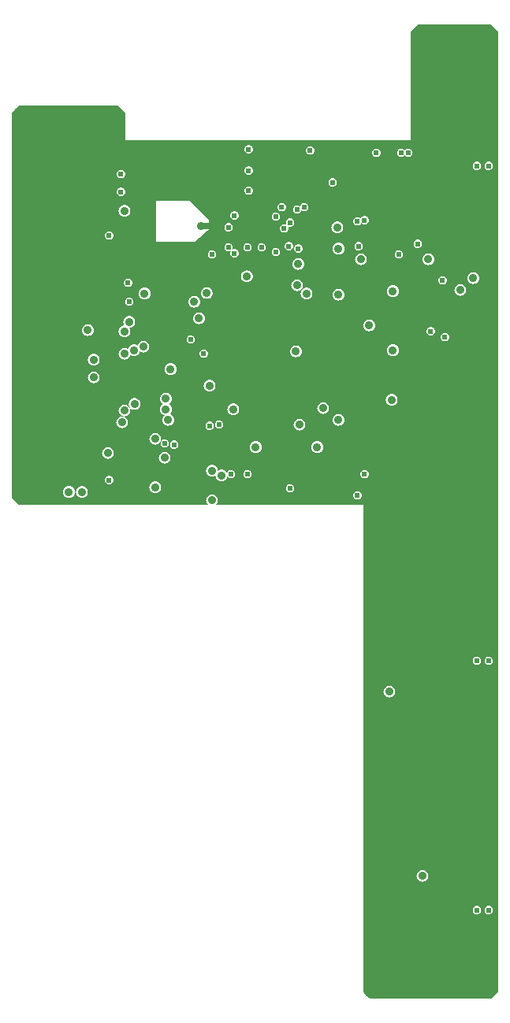
<source format=gbr>
G04 start of page 3 for group 1 idx 1 *
G04 Title: fet12logic, signal2 *
G04 Creator: pcb 20140316 *
G04 CreationDate: Thu 12 Apr 2018 02:45:11 AM GMT UTC *
G04 For: brian *
G04 Format: Gerber/RS-274X *
G04 PCB-Dimensions (mil): 6000.00 5000.00 *
G04 PCB-Coordinate-Origin: lower left *
%MOIN*%
%FSLAX25Y25*%
%LNGROUP1*%
%ADD54C,0.0335*%
%ADD53C,0.0453*%
%ADD52C,0.2150*%
%ADD51C,0.0118*%
%ADD50C,0.0200*%
%ADD49C,0.0240*%
%ADD48C,0.0360*%
%ADD47C,0.0492*%
%ADD46C,0.0610*%
%ADD45C,0.2350*%
%ADD44C,0.0250*%
%ADD43C,0.0001*%
G54D43*G36*
X246996Y254550D02*X247042Y254539D01*
X247026Y254529D01*
X246996Y254503D01*
Y254550D01*
G37*
G36*
X383997Y420000D02*X385000D01*
X388000Y417000D01*
Y10500D01*
X385000Y7500D01*
X383997D01*
Y43194D01*
X384000Y43193D01*
X384283Y43216D01*
X384558Y43282D01*
X384820Y43390D01*
X385062Y43538D01*
X385277Y43723D01*
X385462Y43938D01*
X385610Y44180D01*
X385718Y44442D01*
X385784Y44717D01*
X385801Y45000D01*
X385784Y45283D01*
X385718Y45558D01*
X385610Y45820D01*
X385462Y46062D01*
X385277Y46277D01*
X385062Y46462D01*
X384820Y46610D01*
X384558Y46718D01*
X384283Y46784D01*
X384000Y46807D01*
X383997Y46806D01*
Y148694D01*
X384000Y148693D01*
X384283Y148716D01*
X384558Y148782D01*
X384820Y148890D01*
X385062Y149038D01*
X385277Y149223D01*
X385462Y149438D01*
X385610Y149680D01*
X385718Y149942D01*
X385784Y150217D01*
X385801Y150500D01*
X385784Y150783D01*
X385718Y151058D01*
X385610Y151320D01*
X385462Y151562D01*
X385277Y151777D01*
X385062Y151962D01*
X384820Y152110D01*
X384558Y152218D01*
X384283Y152284D01*
X384000Y152307D01*
X383997Y152306D01*
Y358194D01*
X384000Y358193D01*
X384283Y358216D01*
X384558Y358282D01*
X384820Y358390D01*
X385062Y358538D01*
X385277Y358723D01*
X385462Y358938D01*
X385610Y359180D01*
X385718Y359442D01*
X385784Y359717D01*
X385801Y360000D01*
X385784Y360283D01*
X385718Y360558D01*
X385610Y360820D01*
X385462Y361062D01*
X385277Y361277D01*
X385062Y361462D01*
X384820Y361610D01*
X384558Y361718D01*
X384283Y361784D01*
X384000Y361807D01*
X383997Y361806D01*
Y420000D01*
G37*
G36*
X377496D02*X383997D01*
Y361806D01*
X383717Y361784D01*
X383442Y361718D01*
X383180Y361610D01*
X382938Y361462D01*
X382723Y361277D01*
X382538Y361062D01*
X382390Y360820D01*
X382282Y360558D01*
X382216Y360283D01*
X382193Y360000D01*
X382216Y359717D01*
X382282Y359442D01*
X382390Y359180D01*
X382538Y358938D01*
X382723Y358723D01*
X382938Y358538D01*
X383180Y358390D01*
X383442Y358282D01*
X383717Y358216D01*
X383997Y358194D01*
Y152306D01*
X383717Y152284D01*
X383442Y152218D01*
X383180Y152110D01*
X382938Y151962D01*
X382723Y151777D01*
X382538Y151562D01*
X382390Y151320D01*
X382282Y151058D01*
X382216Y150783D01*
X382193Y150500D01*
X382216Y150217D01*
X382282Y149942D01*
X382390Y149680D01*
X382538Y149438D01*
X382723Y149223D01*
X382938Y149038D01*
X383180Y148890D01*
X383442Y148782D01*
X383717Y148716D01*
X383997Y148694D01*
Y46806D01*
X383717Y46784D01*
X383442Y46718D01*
X383180Y46610D01*
X382938Y46462D01*
X382723Y46277D01*
X382538Y46062D01*
X382390Y45820D01*
X382282Y45558D01*
X382216Y45283D01*
X382193Y45000D01*
X382216Y44717D01*
X382282Y44442D01*
X382390Y44180D01*
X382538Y43938D01*
X382723Y43723D01*
X382938Y43538D01*
X383180Y43390D01*
X383442Y43282D01*
X383717Y43216D01*
X383997Y43194D01*
Y7500D01*
X377496D01*
Y44007D01*
X377538Y43938D01*
X377723Y43723D01*
X377938Y43538D01*
X378180Y43390D01*
X378442Y43282D01*
X378717Y43216D01*
X379000Y43193D01*
X379283Y43216D01*
X379558Y43282D01*
X379820Y43390D01*
X380062Y43538D01*
X380277Y43723D01*
X380462Y43938D01*
X380610Y44180D01*
X380718Y44442D01*
X380784Y44717D01*
X380801Y45000D01*
X380784Y45283D01*
X380718Y45558D01*
X380610Y45820D01*
X380462Y46062D01*
X380277Y46277D01*
X380062Y46462D01*
X379820Y46610D01*
X379558Y46718D01*
X379283Y46784D01*
X379000Y46807D01*
X378717Y46784D01*
X378442Y46718D01*
X378180Y46610D01*
X377938Y46462D01*
X377723Y46277D01*
X377538Y46062D01*
X377496Y45993D01*
Y149507D01*
X377538Y149438D01*
X377723Y149223D01*
X377938Y149038D01*
X378180Y148890D01*
X378442Y148782D01*
X378717Y148716D01*
X379000Y148693D01*
X379283Y148716D01*
X379558Y148782D01*
X379820Y148890D01*
X380062Y149038D01*
X380277Y149223D01*
X380462Y149438D01*
X380610Y149680D01*
X380718Y149942D01*
X380784Y150217D01*
X380801Y150500D01*
X380784Y150783D01*
X380718Y151058D01*
X380610Y151320D01*
X380462Y151562D01*
X380277Y151777D01*
X380062Y151962D01*
X379820Y152110D01*
X379558Y152218D01*
X379283Y152284D01*
X379000Y152307D01*
X378717Y152284D01*
X378442Y152218D01*
X378180Y152110D01*
X377938Y151962D01*
X377723Y151777D01*
X377538Y151562D01*
X377496Y151493D01*
Y309993D01*
X377500Y309992D01*
X377892Y310023D01*
X378275Y310115D01*
X378638Y310266D01*
X378974Y310471D01*
X379273Y310727D01*
X379529Y311026D01*
X379734Y311362D01*
X379885Y311725D01*
X379977Y312108D01*
X380000Y312500D01*
X379977Y312892D01*
X379885Y313275D01*
X379734Y313638D01*
X379529Y313974D01*
X379273Y314273D01*
X378974Y314529D01*
X378638Y314734D01*
X378275Y314885D01*
X377892Y314977D01*
X377500Y315008D01*
X377496Y315007D01*
Y359007D01*
X377538Y358938D01*
X377723Y358723D01*
X377938Y358538D01*
X378180Y358390D01*
X378442Y358282D01*
X378717Y358216D01*
X379000Y358193D01*
X379283Y358216D01*
X379558Y358282D01*
X379820Y358390D01*
X380062Y358538D01*
X380277Y358723D01*
X380462Y358938D01*
X380610Y359180D01*
X380718Y359442D01*
X380784Y359717D01*
X380801Y360000D01*
X380784Y360283D01*
X380718Y360558D01*
X380610Y360820D01*
X380462Y361062D01*
X380277Y361277D01*
X380062Y361462D01*
X379820Y361610D01*
X379558Y361718D01*
X379283Y361784D01*
X379000Y361807D01*
X378717Y361784D01*
X378442Y361718D01*
X378180Y361610D01*
X377938Y361462D01*
X377723Y361277D01*
X377538Y361062D01*
X377496Y360993D01*
Y420000D01*
G37*
G36*
X371996D02*X377496D01*
Y360993D01*
X377390Y360820D01*
X377282Y360558D01*
X377216Y360283D01*
X377193Y360000D01*
X377216Y359717D01*
X377282Y359442D01*
X377390Y359180D01*
X377496Y359007D01*
Y315007D01*
X377108Y314977D01*
X376725Y314885D01*
X376362Y314734D01*
X376026Y314529D01*
X375727Y314273D01*
X375471Y313974D01*
X375266Y313638D01*
X375115Y313275D01*
X375023Y312892D01*
X374992Y312500D01*
X375023Y312108D01*
X375115Y311725D01*
X375266Y311362D01*
X375471Y311026D01*
X375727Y310727D01*
X376026Y310471D01*
X376362Y310266D01*
X376725Y310115D01*
X377108Y310023D01*
X377496Y309993D01*
Y151493D01*
X377390Y151320D01*
X377282Y151058D01*
X377216Y150783D01*
X377193Y150500D01*
X377216Y150217D01*
X377282Y149942D01*
X377390Y149680D01*
X377496Y149507D01*
Y45993D01*
X377390Y45820D01*
X377282Y45558D01*
X377216Y45283D01*
X377193Y45000D01*
X377216Y44717D01*
X377282Y44442D01*
X377390Y44180D01*
X377496Y44007D01*
Y7500D01*
X371996D01*
Y304993D01*
X372000Y304992D01*
X372392Y305023D01*
X372775Y305115D01*
X373138Y305266D01*
X373474Y305471D01*
X373773Y305727D01*
X374029Y306026D01*
X374234Y306362D01*
X374385Y306725D01*
X374477Y307108D01*
X374500Y307500D01*
X374477Y307892D01*
X374385Y308275D01*
X374234Y308638D01*
X374029Y308974D01*
X373773Y309273D01*
X373474Y309529D01*
X373138Y309734D01*
X372775Y309885D01*
X372392Y309977D01*
X372000Y310008D01*
X371996Y310007D01*
Y420000D01*
G37*
G36*
X365497D02*X371996D01*
Y310007D01*
X371608Y309977D01*
X371225Y309885D01*
X370862Y309734D01*
X370526Y309529D01*
X370227Y309273D01*
X369971Y308974D01*
X369766Y308638D01*
X369615Y308275D01*
X369523Y307892D01*
X369492Y307500D01*
X369523Y307108D01*
X369615Y306725D01*
X369766Y306362D01*
X369971Y306026D01*
X370227Y305727D01*
X370526Y305471D01*
X370862Y305266D01*
X371225Y305115D01*
X371608Y305023D01*
X371996Y304993D01*
Y7500D01*
X365497D01*
Y285694D01*
X365500Y285693D01*
X365783Y285716D01*
X366058Y285782D01*
X366320Y285890D01*
X366562Y286038D01*
X366777Y286223D01*
X366962Y286438D01*
X367110Y286680D01*
X367218Y286942D01*
X367284Y287217D01*
X367301Y287500D01*
X367284Y287783D01*
X367218Y288058D01*
X367110Y288320D01*
X366962Y288562D01*
X366777Y288777D01*
X366562Y288962D01*
X366320Y289110D01*
X366058Y289218D01*
X365783Y289284D01*
X365500Y289307D01*
X365497Y289306D01*
Y309999D01*
X365562Y310038D01*
X365777Y310223D01*
X365962Y310438D01*
X366110Y310680D01*
X366218Y310942D01*
X366284Y311217D01*
X366301Y311500D01*
X366284Y311783D01*
X366218Y312058D01*
X366110Y312320D01*
X365962Y312562D01*
X365777Y312777D01*
X365562Y312962D01*
X365497Y313001D01*
Y420000D01*
G37*
G36*
X359497D02*X365497D01*
Y313001D01*
X365320Y313110D01*
X365058Y313218D01*
X364783Y313284D01*
X364500Y313307D01*
X364217Y313284D01*
X363942Y313218D01*
X363680Y313110D01*
X363438Y312962D01*
X363223Y312777D01*
X363038Y312562D01*
X362890Y312320D01*
X362782Y312058D01*
X362716Y311783D01*
X362693Y311500D01*
X362716Y311217D01*
X362782Y310942D01*
X362890Y310680D01*
X363038Y310438D01*
X363223Y310223D01*
X363438Y310038D01*
X363680Y309890D01*
X363942Y309782D01*
X364217Y309716D01*
X364500Y309693D01*
X364783Y309716D01*
X365058Y309782D01*
X365320Y309890D01*
X365497Y309999D01*
Y289306D01*
X365217Y289284D01*
X364942Y289218D01*
X364680Y289110D01*
X364438Y288962D01*
X364223Y288777D01*
X364038Y288562D01*
X363890Y288320D01*
X363782Y288058D01*
X363716Y287783D01*
X363693Y287500D01*
X363716Y287217D01*
X363782Y286942D01*
X363890Y286680D01*
X364038Y286438D01*
X364223Y286223D01*
X364438Y286038D01*
X364680Y285890D01*
X364942Y285782D01*
X365217Y285716D01*
X365497Y285694D01*
Y7500D01*
X359497D01*
Y288194D01*
X359500Y288193D01*
X359783Y288216D01*
X360058Y288282D01*
X360320Y288390D01*
X360562Y288538D01*
X360777Y288723D01*
X360962Y288938D01*
X361110Y289180D01*
X361218Y289442D01*
X361284Y289717D01*
X361301Y290000D01*
X361284Y290283D01*
X361218Y290558D01*
X361110Y290820D01*
X360962Y291062D01*
X360777Y291277D01*
X360562Y291462D01*
X360320Y291610D01*
X360058Y291718D01*
X359783Y291784D01*
X359500Y291807D01*
X359497Y291806D01*
Y318207D01*
X359638Y318266D01*
X359974Y318471D01*
X360273Y318727D01*
X360529Y319026D01*
X360734Y319362D01*
X360885Y319725D01*
X360977Y320108D01*
X361000Y320500D01*
X360977Y320892D01*
X360885Y321275D01*
X360734Y321638D01*
X360529Y321974D01*
X360273Y322273D01*
X359974Y322529D01*
X359638Y322734D01*
X359497Y322793D01*
Y420000D01*
G37*
G36*
X353997Y419997D02*X354000Y420000D01*
X359497D01*
Y322793D01*
X359275Y322885D01*
X358892Y322977D01*
X358500Y323008D01*
X358108Y322977D01*
X357725Y322885D01*
X357362Y322734D01*
X357026Y322529D01*
X356727Y322273D01*
X356471Y321974D01*
X356266Y321638D01*
X356115Y321275D01*
X356023Y320892D01*
X355992Y320500D01*
X356023Y320108D01*
X356115Y319725D01*
X356266Y319362D01*
X356471Y319026D01*
X356727Y318727D01*
X357026Y318471D01*
X357362Y318266D01*
X357725Y318115D01*
X358108Y318023D01*
X358500Y317992D01*
X358892Y318023D01*
X359275Y318115D01*
X359497Y318207D01*
Y291806D01*
X359217Y291784D01*
X358942Y291718D01*
X358680Y291610D01*
X358438Y291462D01*
X358223Y291277D01*
X358038Y291062D01*
X357890Y290820D01*
X357782Y290558D01*
X357716Y290283D01*
X357693Y290000D01*
X357716Y289717D01*
X357782Y289442D01*
X357890Y289180D01*
X358038Y288938D01*
X358223Y288723D01*
X358438Y288538D01*
X358680Y288390D01*
X358942Y288282D01*
X359217Y288216D01*
X359497Y288194D01*
Y7500D01*
X353997D01*
Y57996D01*
X354227Y57727D01*
X354526Y57471D01*
X354862Y57266D01*
X355225Y57115D01*
X355608Y57023D01*
X356000Y56992D01*
X356392Y57023D01*
X356775Y57115D01*
X357138Y57266D01*
X357474Y57471D01*
X357773Y57727D01*
X358029Y58026D01*
X358234Y58362D01*
X358385Y58725D01*
X358477Y59108D01*
X358500Y59500D01*
X358477Y59892D01*
X358385Y60275D01*
X358234Y60638D01*
X358029Y60974D01*
X357773Y61273D01*
X357474Y61529D01*
X357138Y61734D01*
X356775Y61885D01*
X356392Y61977D01*
X356000Y62008D01*
X355608Y61977D01*
X355225Y61885D01*
X354862Y61734D01*
X354526Y61529D01*
X354227Y61273D01*
X353997Y61004D01*
Y325194D01*
X354000Y325193D01*
X354283Y325216D01*
X354558Y325282D01*
X354820Y325390D01*
X355062Y325538D01*
X355277Y325723D01*
X355462Y325938D01*
X355610Y326180D01*
X355718Y326442D01*
X355784Y326717D01*
X355801Y327000D01*
X355784Y327283D01*
X355718Y327558D01*
X355610Y327820D01*
X355462Y328062D01*
X355277Y328277D01*
X355062Y328462D01*
X354820Y328610D01*
X354558Y328718D01*
X354283Y328784D01*
X354000Y328807D01*
X353997Y328806D01*
Y419997D01*
G37*
G36*
X345997Y371000D02*X351000D01*
Y417000D01*
X353997Y419997D01*
Y328806D01*
X353717Y328784D01*
X353442Y328718D01*
X353180Y328610D01*
X352938Y328462D01*
X352723Y328277D01*
X352538Y328062D01*
X352390Y327820D01*
X352282Y327558D01*
X352216Y327283D01*
X352193Y327000D01*
X352216Y326717D01*
X352282Y326442D01*
X352390Y326180D01*
X352538Y325938D01*
X352723Y325723D01*
X352938Y325538D01*
X353180Y325390D01*
X353442Y325282D01*
X353717Y325216D01*
X353997Y325194D01*
Y61004D01*
X353971Y60974D01*
X353766Y60638D01*
X353615Y60275D01*
X353523Y59892D01*
X353492Y59500D01*
X353523Y59108D01*
X353615Y58725D01*
X353766Y58362D01*
X353971Y58026D01*
X353997Y57996D01*
Y7500D01*
X345997D01*
Y281953D01*
X346000Y282000D01*
X345997Y282047D01*
Y306953D01*
X346000Y307000D01*
X345997Y307047D01*
Y320694D01*
X346000Y320693D01*
X346283Y320716D01*
X346558Y320782D01*
X346820Y320890D01*
X347062Y321038D01*
X347277Y321223D01*
X347462Y321438D01*
X347610Y321680D01*
X347718Y321942D01*
X347784Y322217D01*
X347801Y322500D01*
X347784Y322783D01*
X347718Y323058D01*
X347610Y323320D01*
X347462Y323562D01*
X347277Y323777D01*
X347062Y323962D01*
X346820Y324110D01*
X346558Y324218D01*
X346283Y324284D01*
X346000Y324307D01*
X345997Y324306D01*
Y364002D01*
X346180Y363890D01*
X346442Y363782D01*
X346717Y363716D01*
X347000Y363693D01*
X347283Y363716D01*
X347558Y363782D01*
X347820Y363890D01*
X348062Y364038D01*
X348277Y364223D01*
X348462Y364438D01*
X348500Y364501D01*
X348538Y364438D01*
X348723Y364223D01*
X348938Y364038D01*
X349180Y363890D01*
X349442Y363782D01*
X349717Y363716D01*
X350000Y363693D01*
X350283Y363716D01*
X350558Y363782D01*
X350820Y363890D01*
X351062Y364038D01*
X351277Y364223D01*
X351462Y364438D01*
X351610Y364680D01*
X351718Y364942D01*
X351784Y365217D01*
X351801Y365500D01*
X351784Y365783D01*
X351718Y366058D01*
X351610Y366320D01*
X351462Y366562D01*
X351277Y366777D01*
X351062Y366962D01*
X350820Y367110D01*
X350558Y367218D01*
X350283Y367284D01*
X350000Y367307D01*
X349717Y367284D01*
X349442Y367218D01*
X349180Y367110D01*
X348938Y366962D01*
X348723Y366777D01*
X348538Y366562D01*
X348500Y366499D01*
X348462Y366562D01*
X348277Y366777D01*
X348062Y366962D01*
X347820Y367110D01*
X347558Y367218D01*
X347283Y367284D01*
X347000Y367307D01*
X346717Y367284D01*
X346442Y367218D01*
X346180Y367110D01*
X345997Y366998D01*
Y371000D01*
G37*
G36*
Y282047D02*X345977Y282392D01*
X345885Y282775D01*
X345734Y283138D01*
X345529Y283474D01*
X345273Y283773D01*
X344974Y284029D01*
X344638Y284234D01*
X344275Y284385D01*
X343892Y284477D01*
X343500Y284508D01*
X343496Y284507D01*
Y304493D01*
X343500Y304492D01*
X343892Y304523D01*
X344275Y304615D01*
X344638Y304766D01*
X344974Y304971D01*
X345273Y305227D01*
X345529Y305526D01*
X345734Y305862D01*
X345885Y306225D01*
X345977Y306608D01*
X345997Y306953D01*
Y282047D01*
G37*
G36*
Y7500D02*X343496D01*
Y135490D01*
X343773Y135727D01*
X344029Y136026D01*
X344234Y136362D01*
X344385Y136725D01*
X344477Y137108D01*
X344500Y137500D01*
X344477Y137892D01*
X344385Y138275D01*
X344234Y138638D01*
X344029Y138974D01*
X343773Y139273D01*
X343496Y139510D01*
Y258548D01*
X343775Y258615D01*
X344138Y258766D01*
X344474Y258971D01*
X344773Y259227D01*
X345029Y259526D01*
X345234Y259862D01*
X345385Y260225D01*
X345477Y260608D01*
X345500Y261000D01*
X345477Y261392D01*
X345385Y261775D01*
X345234Y262138D01*
X345029Y262474D01*
X344773Y262773D01*
X344474Y263029D01*
X344138Y263234D01*
X343775Y263385D01*
X343496Y263452D01*
Y279493D01*
X343500Y279492D01*
X343892Y279523D01*
X344275Y279615D01*
X344638Y279766D01*
X344974Y279971D01*
X345273Y280227D01*
X345529Y280526D01*
X345734Y280862D01*
X345885Y281225D01*
X345977Y281608D01*
X345997Y281953D01*
Y7500D01*
G37*
G36*
X343496Y371000D02*X345997D01*
Y366998D01*
X345938Y366962D01*
X345723Y366777D01*
X345538Y366562D01*
X345390Y366320D01*
X345282Y366058D01*
X345216Y365783D01*
X345193Y365500D01*
X345216Y365217D01*
X345282Y364942D01*
X345390Y364680D01*
X345538Y364438D01*
X345723Y364223D01*
X345938Y364038D01*
X345997Y364002D01*
Y324306D01*
X345717Y324284D01*
X345442Y324218D01*
X345180Y324110D01*
X344938Y323962D01*
X344723Y323777D01*
X344538Y323562D01*
X344390Y323320D01*
X344282Y323058D01*
X344216Y322783D01*
X344193Y322500D01*
X344216Y322217D01*
X344282Y321942D01*
X344390Y321680D01*
X344538Y321438D01*
X344723Y321223D01*
X344938Y321038D01*
X345180Y320890D01*
X345442Y320782D01*
X345717Y320716D01*
X345997Y320694D01*
Y307047D01*
X345977Y307392D01*
X345885Y307775D01*
X345734Y308138D01*
X345529Y308474D01*
X345273Y308773D01*
X344974Y309029D01*
X344638Y309234D01*
X344275Y309385D01*
X343892Y309477D01*
X343500Y309508D01*
X343496Y309507D01*
Y371000D01*
G37*
G36*
X336497D02*X343496D01*
Y309507D01*
X343108Y309477D01*
X342725Y309385D01*
X342362Y309234D01*
X342026Y309029D01*
X341727Y308773D01*
X341471Y308474D01*
X341266Y308138D01*
X341115Y307775D01*
X341023Y307392D01*
X340992Y307000D01*
X341023Y306608D01*
X341115Y306225D01*
X341266Y305862D01*
X341471Y305526D01*
X341727Y305227D01*
X342026Y304971D01*
X342362Y304766D01*
X342725Y304615D01*
X343108Y304523D01*
X343496Y304493D01*
Y284507D01*
X343108Y284477D01*
X342725Y284385D01*
X342362Y284234D01*
X342026Y284029D01*
X341727Y283773D01*
X341471Y283474D01*
X341266Y283138D01*
X341115Y282775D01*
X341023Y282392D01*
X340992Y282000D01*
X341023Y281608D01*
X341115Y281225D01*
X341266Y280862D01*
X341471Y280526D01*
X341727Y280227D01*
X342026Y279971D01*
X342362Y279766D01*
X342725Y279615D01*
X343108Y279523D01*
X343496Y279493D01*
Y263452D01*
X343392Y263477D01*
X343000Y263508D01*
X342608Y263477D01*
X342225Y263385D01*
X341862Y263234D01*
X341526Y263029D01*
X341227Y262773D01*
X340971Y262474D01*
X340766Y262138D01*
X340615Y261775D01*
X340523Y261392D01*
X340492Y261000D01*
X340523Y260608D01*
X340615Y260225D01*
X340766Y259862D01*
X340971Y259526D01*
X341227Y259227D01*
X341526Y258971D01*
X341862Y258766D01*
X342225Y258615D01*
X342608Y258523D01*
X343000Y258492D01*
X343392Y258523D01*
X343496Y258548D01*
Y139510D01*
X343474Y139529D01*
X343138Y139734D01*
X342775Y139885D01*
X342392Y139977D01*
X342000Y140008D01*
X341608Y139977D01*
X341225Y139885D01*
X340862Y139734D01*
X340526Y139529D01*
X340227Y139273D01*
X339971Y138974D01*
X339766Y138638D01*
X339615Y138275D01*
X339523Y137892D01*
X339492Y137500D01*
X339523Y137108D01*
X339615Y136725D01*
X339766Y136362D01*
X339971Y136026D01*
X340227Y135727D01*
X340526Y135471D01*
X340862Y135266D01*
X341225Y135115D01*
X341608Y135023D01*
X342000Y134992D01*
X342392Y135023D01*
X342775Y135115D01*
X343138Y135266D01*
X343474Y135471D01*
X343496Y135490D01*
Y7500D01*
X336497D01*
Y363694D01*
X336500Y363693D01*
X336783Y363716D01*
X337058Y363782D01*
X337320Y363890D01*
X337562Y364038D01*
X337777Y364223D01*
X337962Y364438D01*
X338110Y364680D01*
X338218Y364942D01*
X338284Y365217D01*
X338301Y365500D01*
X338284Y365783D01*
X338218Y366058D01*
X338110Y366320D01*
X337962Y366562D01*
X337777Y366777D01*
X337562Y366962D01*
X337320Y367110D01*
X337058Y367218D01*
X336783Y367284D01*
X336500Y367307D01*
X336497Y367306D01*
Y371000D01*
G37*
G36*
X333496D02*X336497D01*
Y367306D01*
X336217Y367284D01*
X335942Y367218D01*
X335680Y367110D01*
X335438Y366962D01*
X335223Y366777D01*
X335038Y366562D01*
X334890Y366320D01*
X334782Y366058D01*
X334716Y365783D01*
X334693Y365500D01*
X334716Y365217D01*
X334782Y364942D01*
X334890Y364680D01*
X335038Y364438D01*
X335223Y364223D01*
X335438Y364038D01*
X335680Y363890D01*
X335942Y363782D01*
X336217Y363716D01*
X336497Y363694D01*
Y7500D01*
X334000D01*
X333496Y8004D01*
Y289993D01*
X333500Y289992D01*
X333892Y290023D01*
X334275Y290115D01*
X334638Y290266D01*
X334974Y290471D01*
X335273Y290727D01*
X335529Y291026D01*
X335734Y291362D01*
X335885Y291725D01*
X335977Y292108D01*
X336000Y292500D01*
X335977Y292892D01*
X335885Y293275D01*
X335734Y293638D01*
X335529Y293974D01*
X335273Y294273D01*
X334974Y294529D01*
X334638Y294734D01*
X334275Y294885D01*
X333892Y294977D01*
X333500Y295008D01*
X333496Y295007D01*
Y371000D01*
G37*
G36*
X331497Y290996D02*X331727Y290727D01*
X332026Y290471D01*
X332362Y290266D01*
X332725Y290115D01*
X333108Y290023D01*
X333496Y289993D01*
Y8004D01*
X331497Y10003D01*
Y227694D01*
X331500Y227693D01*
X331783Y227716D01*
X332058Y227782D01*
X332320Y227890D01*
X332562Y228038D01*
X332777Y228223D01*
X332962Y228438D01*
X333110Y228680D01*
X333218Y228942D01*
X333284Y229217D01*
X333301Y229500D01*
X333284Y229783D01*
X333218Y230058D01*
X333110Y230320D01*
X332962Y230562D01*
X332777Y230777D01*
X332562Y230962D01*
X332320Y231110D01*
X332058Y231218D01*
X331783Y231284D01*
X331500Y231307D01*
X331497Y231306D01*
Y290996D01*
G37*
G36*
Y371000D02*X333496D01*
Y295007D01*
X333108Y294977D01*
X332725Y294885D01*
X332362Y294734D01*
X332026Y294529D01*
X331727Y294273D01*
X331497Y294004D01*
Y318491D01*
X331773Y318727D01*
X332029Y319026D01*
X332234Y319362D01*
X332385Y319725D01*
X332477Y320108D01*
X332500Y320500D01*
X332477Y320892D01*
X332385Y321275D01*
X332234Y321638D01*
X332029Y321974D01*
X331773Y322273D01*
X331497Y322509D01*
Y335194D01*
X331500Y335193D01*
X331783Y335216D01*
X332058Y335282D01*
X332320Y335390D01*
X332562Y335538D01*
X332777Y335723D01*
X332962Y335938D01*
X333110Y336180D01*
X333218Y336442D01*
X333284Y336717D01*
X333301Y337000D01*
X333284Y337283D01*
X333218Y337558D01*
X333110Y337820D01*
X332962Y338062D01*
X332777Y338277D01*
X332562Y338462D01*
X332320Y338610D01*
X332058Y338718D01*
X331783Y338784D01*
X331500Y338807D01*
X331497Y338806D01*
Y371000D01*
G37*
G36*
Y322509D02*X331474Y322529D01*
X331138Y322734D01*
X330775Y322885D01*
X330392Y322977D01*
X330000Y323008D01*
X329608Y322977D01*
X329225Y322885D01*
X328997Y322791D01*
Y324194D01*
X329000Y324193D01*
X329283Y324216D01*
X329558Y324282D01*
X329820Y324390D01*
X330062Y324538D01*
X330277Y324723D01*
X330462Y324938D01*
X330610Y325180D01*
X330718Y325442D01*
X330784Y325717D01*
X330801Y326000D01*
X330784Y326283D01*
X330718Y326558D01*
X330610Y326820D01*
X330462Y327062D01*
X330277Y327277D01*
X330062Y327462D01*
X329820Y327610D01*
X329558Y327718D01*
X329283Y327784D01*
X329000Y327807D01*
X328997Y327806D01*
Y334767D01*
X329058Y334782D01*
X329320Y334890D01*
X329562Y335038D01*
X329777Y335223D01*
X329962Y335438D01*
X330110Y335680D01*
X330158Y335798D01*
X330223Y335723D01*
X330438Y335538D01*
X330680Y335390D01*
X330942Y335282D01*
X331217Y335216D01*
X331497Y335194D01*
Y322509D01*
G37*
G36*
Y294004D02*X331471Y293974D01*
X331266Y293638D01*
X331115Y293275D01*
X331023Y292892D01*
X330992Y292500D01*
X331023Y292108D01*
X331115Y291725D01*
X331266Y291362D01*
X331471Y291026D01*
X331497Y290996D01*
Y231306D01*
X331217Y231284D01*
X330942Y231218D01*
X330680Y231110D01*
X330438Y230962D01*
X330223Y230777D01*
X330038Y230562D01*
X329890Y230320D01*
X329782Y230058D01*
X329716Y229783D01*
X329693Y229500D01*
X329716Y229217D01*
X329782Y228942D01*
X329890Y228680D01*
X330038Y228438D01*
X330223Y228223D01*
X330438Y228038D01*
X330680Y227890D01*
X330942Y227782D01*
X331217Y227716D01*
X331497Y227694D01*
Y10003D01*
X331000Y10500D01*
Y216500D01*
X328997D01*
Y218767D01*
X329058Y218782D01*
X329320Y218890D01*
X329562Y219038D01*
X329777Y219223D01*
X329962Y219438D01*
X330110Y219680D01*
X330218Y219942D01*
X330284Y220217D01*
X330301Y220500D01*
X330284Y220783D01*
X330218Y221058D01*
X330110Y221320D01*
X329962Y221562D01*
X329777Y221777D01*
X329562Y221962D01*
X329320Y222110D01*
X329058Y222218D01*
X328997Y222233D01*
Y318209D01*
X329225Y318115D01*
X329608Y318023D01*
X330000Y317992D01*
X330392Y318023D01*
X330775Y318115D01*
X331138Y318266D01*
X331474Y318471D01*
X331497Y318491D01*
Y294004D01*
G37*
G36*
X328997Y371000D02*X331497D01*
Y338806D01*
X331217Y338784D01*
X330942Y338718D01*
X330680Y338610D01*
X330438Y338462D01*
X330223Y338277D01*
X330038Y338062D01*
X329890Y337820D01*
X329842Y337702D01*
X329777Y337777D01*
X329562Y337962D01*
X329320Y338110D01*
X329058Y338218D01*
X328997Y338233D01*
Y371000D01*
G37*
G36*
X320496D02*X328997D01*
Y338233D01*
X328783Y338284D01*
X328500Y338307D01*
X328217Y338284D01*
X327942Y338218D01*
X327680Y338110D01*
X327438Y337962D01*
X327223Y337777D01*
X327038Y337562D01*
X326890Y337320D01*
X326782Y337058D01*
X326716Y336783D01*
X326693Y336500D01*
X326716Y336217D01*
X326782Y335942D01*
X326890Y335680D01*
X327038Y335438D01*
X327223Y335223D01*
X327438Y335038D01*
X327680Y334890D01*
X327942Y334782D01*
X328217Y334716D01*
X328500Y334693D01*
X328783Y334716D01*
X328997Y334767D01*
Y327806D01*
X328717Y327784D01*
X328442Y327718D01*
X328180Y327610D01*
X327938Y327462D01*
X327723Y327277D01*
X327538Y327062D01*
X327390Y326820D01*
X327282Y326558D01*
X327216Y326283D01*
X327193Y326000D01*
X327216Y325717D01*
X327282Y325442D01*
X327390Y325180D01*
X327538Y324938D01*
X327723Y324723D01*
X327938Y324538D01*
X328180Y324390D01*
X328442Y324282D01*
X328717Y324216D01*
X328997Y324194D01*
Y322791D01*
X328862Y322734D01*
X328526Y322529D01*
X328227Y322273D01*
X327971Y321974D01*
X327766Y321638D01*
X327615Y321275D01*
X327523Y320892D01*
X327492Y320500D01*
X327523Y320108D01*
X327615Y319725D01*
X327766Y319362D01*
X327971Y319026D01*
X328227Y318727D01*
X328526Y318471D01*
X328862Y318266D01*
X328997Y318209D01*
Y222233D01*
X328783Y222284D01*
X328500Y222307D01*
X328217Y222284D01*
X327942Y222218D01*
X327680Y222110D01*
X327438Y221962D01*
X327223Y221777D01*
X327038Y221562D01*
X326890Y221320D01*
X326782Y221058D01*
X326716Y220783D01*
X326693Y220500D01*
X326716Y220217D01*
X326782Y219942D01*
X326890Y219680D01*
X327038Y219438D01*
X327223Y219223D01*
X327438Y219038D01*
X327680Y218890D01*
X327942Y218782D01*
X328217Y218716D01*
X328500Y218693D01*
X328783Y218716D01*
X328997Y218767D01*
Y216500D01*
X320496D01*
Y249993D01*
X320500Y249992D01*
X320892Y250023D01*
X321275Y250115D01*
X321638Y250266D01*
X321974Y250471D01*
X322273Y250727D01*
X322529Y251026D01*
X322734Y251362D01*
X322885Y251725D01*
X322977Y252108D01*
X323000Y252500D01*
X322977Y252892D01*
X322885Y253275D01*
X322734Y253638D01*
X322529Y253974D01*
X322273Y254273D01*
X321974Y254529D01*
X321638Y254734D01*
X321275Y254885D01*
X320892Y254977D01*
X320500Y255008D01*
X320496Y255007D01*
Y302993D01*
X320500Y302992D01*
X320892Y303023D01*
X321275Y303115D01*
X321638Y303266D01*
X321974Y303471D01*
X322273Y303727D01*
X322529Y304026D01*
X322734Y304362D01*
X322885Y304725D01*
X322977Y305108D01*
X323000Y305500D01*
X322977Y305892D01*
X322885Y306275D01*
X322734Y306638D01*
X322529Y306974D01*
X322273Y307273D01*
X321974Y307529D01*
X321638Y307734D01*
X321275Y307885D01*
X320892Y307977D01*
X320500Y308008D01*
X320496Y308007D01*
Y322493D01*
X320500Y322492D01*
X320892Y322523D01*
X321275Y322615D01*
X321638Y322766D01*
X321974Y322971D01*
X322273Y323227D01*
X322529Y323526D01*
X322734Y323862D01*
X322885Y324225D01*
X322977Y324608D01*
X323000Y325000D01*
X322977Y325392D01*
X322885Y325775D01*
X322734Y326138D01*
X322529Y326474D01*
X322273Y326773D01*
X321974Y327029D01*
X321638Y327234D01*
X321275Y327385D01*
X320892Y327477D01*
X320500Y327508D01*
X320496Y327507D01*
Y331548D01*
X320775Y331615D01*
X321138Y331766D01*
X321474Y331971D01*
X321773Y332227D01*
X322029Y332526D01*
X322234Y332862D01*
X322385Y333225D01*
X322477Y333608D01*
X322500Y334000D01*
X322477Y334392D01*
X322385Y334775D01*
X322234Y335138D01*
X322029Y335474D01*
X321773Y335773D01*
X321474Y336029D01*
X321138Y336234D01*
X320775Y336385D01*
X320496Y336452D01*
Y371000D01*
G37*
G36*
X317997Y252437D02*X318023Y252108D01*
X318115Y251725D01*
X318266Y251362D01*
X318471Y251026D01*
X318727Y250727D01*
X319026Y250471D01*
X319362Y250266D01*
X319725Y250115D01*
X320108Y250023D01*
X320496Y249993D01*
Y216500D01*
X317997D01*
Y252437D01*
G37*
G36*
Y305437D02*X318023Y305108D01*
X318115Y304725D01*
X318266Y304362D01*
X318471Y304026D01*
X318727Y303727D01*
X319026Y303471D01*
X319362Y303266D01*
X319725Y303115D01*
X320108Y303023D01*
X320496Y302993D01*
Y255007D01*
X320108Y254977D01*
X319725Y254885D01*
X319362Y254734D01*
X319026Y254529D01*
X318727Y254273D01*
X318471Y253974D01*
X318266Y253638D01*
X318115Y253275D01*
X318023Y252892D01*
X317997Y252563D01*
Y305437D01*
G37*
G36*
Y324937D02*X318023Y324608D01*
X318115Y324225D01*
X318266Y323862D01*
X318471Y323526D01*
X318727Y323227D01*
X319026Y322971D01*
X319362Y322766D01*
X319725Y322615D01*
X320108Y322523D01*
X320496Y322493D01*
Y308007D01*
X320108Y307977D01*
X319725Y307885D01*
X319362Y307734D01*
X319026Y307529D01*
X318727Y307273D01*
X318471Y306974D01*
X318266Y306638D01*
X318115Y306275D01*
X318023Y305892D01*
X317997Y305563D01*
Y324937D01*
G37*
G36*
Y332496D02*X318227Y332227D01*
X318526Y331971D01*
X318862Y331766D01*
X319225Y331615D01*
X319608Y331523D01*
X320000Y331492D01*
X320392Y331523D01*
X320496Y331548D01*
Y327507D01*
X320108Y327477D01*
X319725Y327385D01*
X319362Y327234D01*
X319026Y327029D01*
X318727Y326773D01*
X318471Y326474D01*
X318266Y326138D01*
X318115Y325775D01*
X318023Y325392D01*
X317997Y325063D01*
Y332496D01*
G37*
G36*
Y371000D02*X320496D01*
Y336452D01*
X320392Y336477D01*
X320000Y336508D01*
X319608Y336477D01*
X319225Y336385D01*
X318862Y336234D01*
X318526Y336029D01*
X318227Y335773D01*
X317997Y335504D01*
Y351194D01*
X318000Y351193D01*
X318283Y351216D01*
X318558Y351282D01*
X318820Y351390D01*
X319062Y351538D01*
X319277Y351723D01*
X319462Y351938D01*
X319610Y352180D01*
X319718Y352442D01*
X319784Y352717D01*
X319801Y353000D01*
X319784Y353283D01*
X319718Y353558D01*
X319610Y353820D01*
X319462Y354062D01*
X319277Y354277D01*
X319062Y354462D01*
X318820Y354610D01*
X318558Y354718D01*
X318283Y354784D01*
X318000Y354807D01*
X317997Y354806D01*
Y371000D01*
G37*
G36*
X311496D02*X317997D01*
Y354806D01*
X317717Y354784D01*
X317442Y354718D01*
X317180Y354610D01*
X316938Y354462D01*
X316723Y354277D01*
X316538Y354062D01*
X316390Y353820D01*
X316282Y353558D01*
X316216Y353283D01*
X316193Y353000D01*
X316216Y352717D01*
X316282Y352442D01*
X316390Y352180D01*
X316538Y351938D01*
X316723Y351723D01*
X316938Y351538D01*
X317180Y351390D01*
X317442Y351282D01*
X317717Y351216D01*
X317997Y351194D01*
Y335504D01*
X317971Y335474D01*
X317766Y335138D01*
X317615Y334775D01*
X317523Y334392D01*
X317492Y334000D01*
X317523Y333608D01*
X317615Y333225D01*
X317766Y332862D01*
X317971Y332526D01*
X317997Y332496D01*
Y325063D01*
X317992Y325000D01*
X317997Y324937D01*
Y305563D01*
X317992Y305500D01*
X317997Y305437D01*
Y252563D01*
X317992Y252500D01*
X317997Y252437D01*
Y216500D01*
X311496D01*
Y238493D01*
X311500Y238492D01*
X311892Y238523D01*
X312275Y238615D01*
X312638Y238766D01*
X312974Y238971D01*
X313273Y239227D01*
X313529Y239526D01*
X313734Y239862D01*
X313885Y240225D01*
X313977Y240608D01*
X314000Y241000D01*
X313977Y241392D01*
X313885Y241775D01*
X313734Y242138D01*
X313529Y242474D01*
X313273Y242773D01*
X312974Y243029D01*
X312638Y243234D01*
X312275Y243385D01*
X311892Y243477D01*
X311500Y243508D01*
X311496Y243507D01*
Y257451D01*
X311523Y257108D01*
X311615Y256725D01*
X311766Y256362D01*
X311971Y256026D01*
X312227Y255727D01*
X312526Y255471D01*
X312862Y255266D01*
X313225Y255115D01*
X313608Y255023D01*
X314000Y254992D01*
X314392Y255023D01*
X314775Y255115D01*
X315138Y255266D01*
X315474Y255471D01*
X315773Y255727D01*
X316029Y256026D01*
X316234Y256362D01*
X316385Y256725D01*
X316477Y257108D01*
X316500Y257500D01*
X316477Y257892D01*
X316385Y258275D01*
X316234Y258638D01*
X316029Y258974D01*
X315773Y259273D01*
X315474Y259529D01*
X315138Y259734D01*
X314775Y259885D01*
X314392Y259977D01*
X314000Y260008D01*
X313608Y259977D01*
X313225Y259885D01*
X312862Y259734D01*
X312526Y259529D01*
X312227Y259273D01*
X311971Y258974D01*
X311766Y258638D01*
X311615Y258275D01*
X311523Y257892D01*
X311496Y257549D01*
Y371000D01*
G37*
G36*
X306996D02*X311496D01*
Y257549D01*
X311492Y257500D01*
X311496Y257451D01*
Y243507D01*
X311108Y243477D01*
X310725Y243385D01*
X310362Y243234D01*
X310026Y243029D01*
X309727Y242773D01*
X309471Y242474D01*
X309266Y242138D01*
X309115Y241775D01*
X309023Y241392D01*
X308992Y241000D01*
X309023Y240608D01*
X309115Y240225D01*
X309266Y239862D01*
X309471Y239526D01*
X309727Y239227D01*
X310026Y238971D01*
X310362Y238766D01*
X310725Y238615D01*
X311108Y238523D01*
X311496Y238493D01*
Y216500D01*
X306996D01*
Y303493D01*
X307000Y303492D01*
X307392Y303523D01*
X307775Y303615D01*
X308138Y303766D01*
X308474Y303971D01*
X308773Y304227D01*
X309029Y304526D01*
X309234Y304862D01*
X309385Y305225D01*
X309477Y305608D01*
X309500Y306000D01*
X309477Y306392D01*
X309385Y306775D01*
X309234Y307138D01*
X309029Y307474D01*
X308773Y307773D01*
X308474Y308029D01*
X308138Y308234D01*
X307775Y308385D01*
X307392Y308477D01*
X307000Y308508D01*
X306996Y308507D01*
Y340998D01*
X307062Y341038D01*
X307277Y341223D01*
X307462Y341438D01*
X307610Y341680D01*
X307718Y341942D01*
X307784Y342217D01*
X307801Y342500D01*
X307784Y342783D01*
X307718Y343058D01*
X307610Y343320D01*
X307462Y343562D01*
X307277Y343777D01*
X307062Y343962D01*
X306996Y344002D01*
Y365507D01*
X307038Y365438D01*
X307223Y365223D01*
X307438Y365038D01*
X307680Y364890D01*
X307942Y364782D01*
X308217Y364716D01*
X308500Y364693D01*
X308783Y364716D01*
X309058Y364782D01*
X309320Y364890D01*
X309562Y365038D01*
X309777Y365223D01*
X309962Y365438D01*
X310110Y365680D01*
X310218Y365942D01*
X310284Y366217D01*
X310301Y366500D01*
X310284Y366783D01*
X310218Y367058D01*
X310110Y367320D01*
X309962Y367562D01*
X309777Y367777D01*
X309562Y367962D01*
X309320Y368110D01*
X309058Y368218D01*
X308783Y368284D01*
X308500Y368307D01*
X308217Y368284D01*
X307942Y368218D01*
X307680Y368110D01*
X307438Y367962D01*
X307223Y367777D01*
X307038Y367562D01*
X306996Y367493D01*
Y371000D01*
G37*
G36*
Y216500D02*X303496D01*
Y248050D01*
X303608Y248023D01*
X304000Y247992D01*
X304392Y248023D01*
X304775Y248115D01*
X305138Y248266D01*
X305474Y248471D01*
X305773Y248727D01*
X306029Y249026D01*
X306234Y249362D01*
X306385Y249725D01*
X306477Y250108D01*
X306500Y250500D01*
X306477Y250892D01*
X306385Y251275D01*
X306234Y251638D01*
X306029Y251974D01*
X305773Y252273D01*
X305474Y252529D01*
X305138Y252734D01*
X304775Y252885D01*
X304392Y252977D01*
X304000Y253008D01*
X303608Y252977D01*
X303496Y252950D01*
Y279207D01*
X303638Y279266D01*
X303974Y279471D01*
X304273Y279727D01*
X304529Y280026D01*
X304734Y280362D01*
X304885Y280725D01*
X304977Y281108D01*
X305000Y281500D01*
X304977Y281892D01*
X304885Y282275D01*
X304734Y282638D01*
X304529Y282974D01*
X304273Y283273D01*
X303974Y283529D01*
X303638Y283734D01*
X303496Y283793D01*
Y307048D01*
X303775Y307115D01*
X304138Y307266D01*
X304474Y307471D01*
X304773Y307727D01*
X305029Y308026D01*
X305234Y308362D01*
X305385Y308725D01*
X305477Y309108D01*
X305500Y309500D01*
X305477Y309892D01*
X305385Y310275D01*
X305234Y310638D01*
X305029Y310974D01*
X304773Y311273D01*
X304474Y311529D01*
X304138Y311734D01*
X303775Y311885D01*
X303496Y311952D01*
Y315993D01*
X303500Y315992D01*
X303892Y316023D01*
X304275Y316115D01*
X304638Y316266D01*
X304974Y316471D01*
X305273Y316727D01*
X305529Y317026D01*
X305734Y317362D01*
X305885Y317725D01*
X305977Y318108D01*
X306000Y318500D01*
X305977Y318892D01*
X305885Y319275D01*
X305734Y319638D01*
X305529Y319974D01*
X305273Y320273D01*
X304974Y320529D01*
X304638Y320734D01*
X304275Y320885D01*
X303892Y320977D01*
X303500Y321008D01*
X303496Y321007D01*
Y323194D01*
X303500Y323193D01*
X303783Y323216D01*
X304058Y323282D01*
X304320Y323390D01*
X304562Y323538D01*
X304777Y323723D01*
X304962Y323938D01*
X305110Y324180D01*
X305218Y324442D01*
X305284Y324717D01*
X305301Y325000D01*
X305284Y325283D01*
X305218Y325558D01*
X305110Y325820D01*
X304962Y326062D01*
X304777Y326277D01*
X304562Y326462D01*
X304320Y326610D01*
X304058Y326718D01*
X303783Y326784D01*
X303500Y326807D01*
X303496Y326806D01*
Y339767D01*
X303558Y339782D01*
X303820Y339890D01*
X304062Y340038D01*
X304277Y340223D01*
X304462Y340438D01*
X304610Y340680D01*
X304718Y340942D01*
X304775Y341178D01*
X304938Y341038D01*
X305180Y340890D01*
X305442Y340782D01*
X305717Y340716D01*
X306000Y340693D01*
X306283Y340716D01*
X306558Y340782D01*
X306820Y340890D01*
X306996Y340998D01*
Y308507D01*
X306608Y308477D01*
X306225Y308385D01*
X305862Y308234D01*
X305526Y308029D01*
X305227Y307773D01*
X304971Y307474D01*
X304766Y307138D01*
X304615Y306775D01*
X304523Y306392D01*
X304492Y306000D01*
X304523Y305608D01*
X304615Y305225D01*
X304766Y304862D01*
X304971Y304526D01*
X305227Y304227D01*
X305526Y303971D01*
X305862Y303766D01*
X306225Y303615D01*
X306608Y303523D01*
X306996Y303493D01*
Y216500D01*
G37*
G36*
X303496Y371000D02*X306996D01*
Y367493D01*
X306890Y367320D01*
X306782Y367058D01*
X306716Y366783D01*
X306693Y366500D01*
X306716Y366217D01*
X306782Y365942D01*
X306890Y365680D01*
X306996Y365507D01*
Y344002D01*
X306820Y344110D01*
X306558Y344218D01*
X306283Y344284D01*
X306000Y344307D01*
X305717Y344284D01*
X305442Y344218D01*
X305180Y344110D01*
X304938Y343962D01*
X304723Y343777D01*
X304538Y343562D01*
X304390Y343320D01*
X304282Y343058D01*
X304225Y342822D01*
X304062Y342962D01*
X303820Y343110D01*
X303558Y343218D01*
X303496Y343233D01*
Y371000D01*
G37*
G36*
X299997Y281437D02*X300023Y281108D01*
X300115Y280725D01*
X300266Y280362D01*
X300471Y280026D01*
X300727Y279727D01*
X301026Y279471D01*
X301362Y279266D01*
X301725Y279115D01*
X302108Y279023D01*
X302500Y278992D01*
X302892Y279023D01*
X303275Y279115D01*
X303496Y279207D01*
Y252950D01*
X303225Y252885D01*
X302862Y252734D01*
X302526Y252529D01*
X302227Y252273D01*
X301971Y251974D01*
X301766Y251638D01*
X301615Y251275D01*
X301523Y250892D01*
X301492Y250500D01*
X301523Y250108D01*
X301615Y249725D01*
X301766Y249362D01*
X301971Y249026D01*
X302227Y248727D01*
X302526Y248471D01*
X302862Y248266D01*
X303225Y248115D01*
X303496Y248050D01*
Y216500D01*
X299997D01*
Y221694D01*
X300000Y221693D01*
X300283Y221716D01*
X300558Y221782D01*
X300820Y221890D01*
X301062Y222038D01*
X301277Y222223D01*
X301462Y222438D01*
X301610Y222680D01*
X301718Y222942D01*
X301784Y223217D01*
X301801Y223500D01*
X301784Y223783D01*
X301718Y224058D01*
X301610Y224320D01*
X301462Y224562D01*
X301277Y224777D01*
X301062Y224962D01*
X300820Y225110D01*
X300558Y225218D01*
X300283Y225284D01*
X300000Y225307D01*
X299997Y225306D01*
Y281437D01*
G37*
G36*
Y371000D02*X303496D01*
Y343233D01*
X303283Y343284D01*
X303000Y343307D01*
X302717Y343284D01*
X302442Y343218D01*
X302180Y343110D01*
X301938Y342962D01*
X301723Y342777D01*
X301538Y342562D01*
X301390Y342320D01*
X301282Y342058D01*
X301216Y341783D01*
X301193Y341500D01*
X301216Y341217D01*
X301282Y340942D01*
X301390Y340680D01*
X301538Y340438D01*
X301723Y340223D01*
X301938Y340038D01*
X302180Y339890D01*
X302442Y339782D01*
X302717Y339716D01*
X303000Y339693D01*
X303283Y339716D01*
X303496Y339767D01*
Y326806D01*
X303217Y326784D01*
X302942Y326718D01*
X302680Y326610D01*
X302438Y326462D01*
X302223Y326277D01*
X302038Y326062D01*
X301890Y325820D01*
X301782Y325558D01*
X301716Y325283D01*
X301693Y325000D01*
X301716Y324717D01*
X301782Y324442D01*
X301890Y324180D01*
X302038Y323938D01*
X302223Y323723D01*
X302438Y323538D01*
X302680Y323390D01*
X302942Y323282D01*
X303217Y323216D01*
X303496Y323194D01*
Y321007D01*
X303108Y320977D01*
X302725Y320885D01*
X302362Y320734D01*
X302026Y320529D01*
X301727Y320273D01*
X301471Y319974D01*
X301266Y319638D01*
X301115Y319275D01*
X301023Y318892D01*
X300992Y318500D01*
X301023Y318108D01*
X301115Y317725D01*
X301266Y317362D01*
X301471Y317026D01*
X301727Y316727D01*
X302026Y316471D01*
X302362Y316266D01*
X302725Y316115D01*
X303108Y316023D01*
X303496Y315993D01*
Y311952D01*
X303392Y311977D01*
X303000Y312008D01*
X302608Y311977D01*
X302225Y311885D01*
X301862Y311734D01*
X301526Y311529D01*
X301227Y311273D01*
X300971Y310974D01*
X300766Y310638D01*
X300615Y310275D01*
X300523Y309892D01*
X300492Y309500D01*
X300523Y309108D01*
X300615Y308725D01*
X300766Y308362D01*
X300971Y308026D01*
X301227Y307727D01*
X301526Y307471D01*
X301862Y307266D01*
X302225Y307115D01*
X302608Y307023D01*
X303000Y306992D01*
X303392Y307023D01*
X303496Y307048D01*
Y283793D01*
X303275Y283885D01*
X302892Y283977D01*
X302500Y284008D01*
X302108Y283977D01*
X301725Y283885D01*
X301362Y283734D01*
X301026Y283529D01*
X300727Y283273D01*
X300471Y282974D01*
X300266Y282638D01*
X300115Y282275D01*
X300023Y281892D01*
X299997Y281563D01*
Y324267D01*
X300058Y324282D01*
X300320Y324390D01*
X300562Y324538D01*
X300777Y324723D01*
X300962Y324938D01*
X301110Y325180D01*
X301218Y325442D01*
X301284Y325717D01*
X301301Y326000D01*
X301284Y326283D01*
X301218Y326558D01*
X301110Y326820D01*
X300962Y327062D01*
X300777Y327277D01*
X300562Y327462D01*
X300320Y327610D01*
X300058Y327718D01*
X299997Y327733D01*
Y334194D01*
X300000Y334193D01*
X300283Y334216D01*
X300558Y334282D01*
X300820Y334390D01*
X301062Y334538D01*
X301277Y334723D01*
X301462Y334938D01*
X301610Y335180D01*
X301718Y335442D01*
X301784Y335717D01*
X301801Y336000D01*
X301784Y336283D01*
X301718Y336558D01*
X301610Y336820D01*
X301462Y337062D01*
X301277Y337277D01*
X301062Y337462D01*
X300820Y337610D01*
X300558Y337718D01*
X300283Y337784D01*
X300000Y337807D01*
X299997Y337806D01*
Y371000D01*
G37*
G36*
X296497Y332002D02*X296680Y331890D01*
X296942Y331782D01*
X297217Y331716D01*
X297500Y331693D01*
X297783Y331716D01*
X298058Y331782D01*
X298320Y331890D01*
X298562Y332038D01*
X298777Y332223D01*
X298962Y332438D01*
X299110Y332680D01*
X299218Y332942D01*
X299284Y333217D01*
X299301Y333500D01*
X299284Y333783D01*
X299218Y334058D01*
X299110Y334320D01*
X298999Y334501D01*
X299180Y334390D01*
X299442Y334282D01*
X299717Y334216D01*
X299997Y334194D01*
Y327733D01*
X299783Y327784D01*
X299500Y327807D01*
X299217Y327784D01*
X298942Y327718D01*
X298680Y327610D01*
X298438Y327462D01*
X298223Y327277D01*
X298038Y327062D01*
X297890Y326820D01*
X297782Y326558D01*
X297716Y326283D01*
X297693Y326000D01*
X297716Y325717D01*
X297782Y325442D01*
X297890Y325180D01*
X298038Y324938D01*
X298223Y324723D01*
X298438Y324538D01*
X298680Y324390D01*
X298942Y324282D01*
X299217Y324216D01*
X299500Y324193D01*
X299783Y324216D01*
X299997Y324267D01*
Y281563D01*
X299992Y281500D01*
X299997Y281437D01*
Y225306D01*
X299717Y225284D01*
X299442Y225218D01*
X299180Y225110D01*
X298938Y224962D01*
X298723Y224777D01*
X298538Y224562D01*
X298390Y224320D01*
X298282Y224058D01*
X298216Y223783D01*
X298193Y223500D01*
X298216Y223217D01*
X298282Y222942D01*
X298390Y222680D01*
X298538Y222438D01*
X298723Y222223D01*
X298938Y222038D01*
X299180Y221890D01*
X299442Y221782D01*
X299717Y221716D01*
X299997Y221694D01*
Y216500D01*
X296497D01*
Y332002D01*
G37*
G36*
Y371000D02*X299997D01*
Y337806D01*
X299717Y337784D01*
X299442Y337718D01*
X299180Y337610D01*
X298938Y337462D01*
X298723Y337277D01*
X298538Y337062D01*
X298390Y336820D01*
X298282Y336558D01*
X298216Y336283D01*
X298193Y336000D01*
X298216Y335717D01*
X298282Y335442D01*
X298390Y335180D01*
X298501Y334999D01*
X298320Y335110D01*
X298058Y335218D01*
X297783Y335284D01*
X297500Y335307D01*
X297217Y335284D01*
X296942Y335218D01*
X296680Y335110D01*
X296497Y334998D01*
Y340694D01*
X296500Y340693D01*
X296783Y340716D01*
X297058Y340782D01*
X297320Y340890D01*
X297562Y341038D01*
X297777Y341223D01*
X297962Y341438D01*
X298110Y341680D01*
X298218Y341942D01*
X298284Y342217D01*
X298301Y342500D01*
X298284Y342783D01*
X298218Y343058D01*
X298110Y343320D01*
X297962Y343562D01*
X297777Y343777D01*
X297562Y343962D01*
X297320Y344110D01*
X297058Y344218D01*
X296783Y344284D01*
X296500Y344307D01*
X296497Y344306D01*
Y371000D01*
G37*
G36*
X293997D02*X296497D01*
Y344306D01*
X296217Y344284D01*
X295942Y344218D01*
X295680Y344110D01*
X295438Y343962D01*
X295223Y343777D01*
X295038Y343562D01*
X294890Y343320D01*
X294782Y343058D01*
X294716Y342783D01*
X294693Y342500D01*
X294716Y342217D01*
X294782Y341942D01*
X294890Y341680D01*
X295038Y341438D01*
X295223Y341223D01*
X295438Y341038D01*
X295680Y340890D01*
X295942Y340782D01*
X296217Y340716D01*
X296497Y340694D01*
Y334998D01*
X296438Y334962D01*
X296223Y334777D01*
X296038Y334562D01*
X295890Y334320D01*
X295782Y334058D01*
X295716Y333783D01*
X295693Y333500D01*
X295716Y333217D01*
X295782Y332942D01*
X295890Y332680D01*
X296038Y332438D01*
X296223Y332223D01*
X296438Y332038D01*
X296497Y332002D01*
Y216500D01*
X293997D01*
Y321694D01*
X294000Y321693D01*
X294283Y321716D01*
X294558Y321782D01*
X294820Y321890D01*
X295062Y322038D01*
X295277Y322223D01*
X295462Y322438D01*
X295610Y322680D01*
X295718Y322942D01*
X295784Y323217D01*
X295801Y323500D01*
X295784Y323783D01*
X295718Y324058D01*
X295610Y324320D01*
X295462Y324562D01*
X295277Y324777D01*
X295062Y324962D01*
X294820Y325110D01*
X294558Y325218D01*
X294283Y325284D01*
X294000Y325307D01*
X293997Y325306D01*
Y336694D01*
X294000Y336693D01*
X294283Y336716D01*
X294558Y336782D01*
X294820Y336890D01*
X295062Y337038D01*
X295277Y337223D01*
X295462Y337438D01*
X295610Y337680D01*
X295718Y337942D01*
X295784Y338217D01*
X295801Y338500D01*
X295784Y338783D01*
X295718Y339058D01*
X295610Y339320D01*
X295462Y339562D01*
X295277Y339777D01*
X295062Y339962D01*
X294820Y340110D01*
X294558Y340218D01*
X294283Y340284D01*
X294000Y340307D01*
X293997Y340306D01*
Y371000D01*
G37*
G36*
X287997D02*X293997D01*
Y340306D01*
X293717Y340284D01*
X293442Y340218D01*
X293180Y340110D01*
X292938Y339962D01*
X292723Y339777D01*
X292538Y339562D01*
X292390Y339320D01*
X292282Y339058D01*
X292216Y338783D01*
X292193Y338500D01*
X292216Y338217D01*
X292282Y337942D01*
X292390Y337680D01*
X292538Y337438D01*
X292723Y337223D01*
X292938Y337038D01*
X293180Y336890D01*
X293442Y336782D01*
X293717Y336716D01*
X293997Y336694D01*
Y325306D01*
X293717Y325284D01*
X293442Y325218D01*
X293180Y325110D01*
X292938Y324962D01*
X292723Y324777D01*
X292538Y324562D01*
X292390Y324320D01*
X292282Y324058D01*
X292216Y323783D01*
X292193Y323500D01*
X292216Y323217D01*
X292282Y322942D01*
X292390Y322680D01*
X292538Y322438D01*
X292723Y322223D01*
X292938Y322038D01*
X293180Y321890D01*
X293442Y321782D01*
X293717Y321716D01*
X293997Y321694D01*
Y216500D01*
X287997D01*
Y240953D01*
X288000Y241000D01*
X287997Y241047D01*
Y323694D01*
X288000Y323693D01*
X288283Y323716D01*
X288558Y323782D01*
X288820Y323890D01*
X289062Y324038D01*
X289277Y324223D01*
X289462Y324438D01*
X289610Y324680D01*
X289718Y324942D01*
X289784Y325217D01*
X289801Y325500D01*
X289784Y325783D01*
X289718Y326058D01*
X289610Y326320D01*
X289462Y326562D01*
X289277Y326777D01*
X289062Y326962D01*
X288820Y327110D01*
X288558Y327218D01*
X288283Y327284D01*
X288000Y327307D01*
X287997Y327306D01*
Y371000D01*
G37*
G36*
Y216500D02*X285496D01*
Y238493D01*
X285500Y238492D01*
X285892Y238523D01*
X286275Y238615D01*
X286638Y238766D01*
X286974Y238971D01*
X287273Y239227D01*
X287529Y239526D01*
X287734Y239862D01*
X287885Y240225D01*
X287977Y240608D01*
X287997Y240953D01*
Y216500D01*
G37*
G36*
X285496Y371000D02*X287997D01*
Y327306D01*
X287717Y327284D01*
X287442Y327218D01*
X287180Y327110D01*
X286938Y326962D01*
X286723Y326777D01*
X286538Y326562D01*
X286390Y326320D01*
X286282Y326058D01*
X286216Y325783D01*
X286193Y325500D01*
X286216Y325217D01*
X286282Y324942D01*
X286390Y324680D01*
X286538Y324438D01*
X286723Y324223D01*
X286938Y324038D01*
X287180Y323890D01*
X287442Y323782D01*
X287717Y323716D01*
X287997Y323694D01*
Y241047D01*
X287977Y241392D01*
X287885Y241775D01*
X287734Y242138D01*
X287529Y242474D01*
X287273Y242773D01*
X286974Y243029D01*
X286638Y243234D01*
X286275Y243385D01*
X285892Y243477D01*
X285500Y243508D01*
X285496Y243507D01*
Y371000D01*
G37*
G36*
X281997D02*X285496D01*
Y243507D01*
X285108Y243477D01*
X284725Y243385D01*
X284362Y243234D01*
X284026Y243029D01*
X283727Y242773D01*
X283471Y242474D01*
X283266Y242138D01*
X283115Y241775D01*
X283023Y241392D01*
X282992Y241000D01*
X283023Y240608D01*
X283115Y240225D01*
X283266Y239862D01*
X283471Y239526D01*
X283727Y239227D01*
X284026Y238971D01*
X284362Y238766D01*
X284725Y238615D01*
X285108Y238523D01*
X285496Y238493D01*
Y216500D01*
X281997D01*
Y227694D01*
X282000Y227693D01*
X282283Y227716D01*
X282558Y227782D01*
X282820Y227890D01*
X283062Y228038D01*
X283277Y228223D01*
X283462Y228438D01*
X283610Y228680D01*
X283718Y228942D01*
X283784Y229217D01*
X283801Y229500D01*
X283784Y229783D01*
X283718Y230058D01*
X283610Y230320D01*
X283462Y230562D01*
X283277Y230777D01*
X283062Y230962D01*
X282820Y231110D01*
X282558Y231218D01*
X282283Y231284D01*
X282000Y231307D01*
X281997Y231306D01*
Y310777D01*
X282128Y310787D01*
X282511Y310879D01*
X282874Y311030D01*
X283210Y311235D01*
X283509Y311491D01*
X283765Y311790D01*
X283970Y312126D01*
X284121Y312489D01*
X284213Y312872D01*
X284236Y313264D01*
X284213Y313656D01*
X284121Y314039D01*
X283970Y314403D01*
X283765Y314738D01*
X283509Y315037D01*
X283210Y315293D01*
X282874Y315499D01*
X282511Y315649D01*
X282128Y315741D01*
X281997Y315751D01*
Y323694D01*
X282000Y323693D01*
X282283Y323716D01*
X282558Y323782D01*
X282820Y323890D01*
X283062Y324038D01*
X283277Y324223D01*
X283462Y324438D01*
X283610Y324680D01*
X283718Y324942D01*
X283784Y325217D01*
X283801Y325500D01*
X283784Y325783D01*
X283718Y326058D01*
X283610Y326320D01*
X283462Y326562D01*
X283277Y326777D01*
X283062Y326962D01*
X282820Y327110D01*
X282558Y327218D01*
X282283Y327284D01*
X282000Y327307D01*
X281997Y327306D01*
Y347769D01*
X282217Y347716D01*
X282500Y347693D01*
X282783Y347716D01*
X283058Y347782D01*
X283320Y347890D01*
X283562Y348038D01*
X283777Y348223D01*
X283962Y348438D01*
X284110Y348680D01*
X284218Y348942D01*
X284284Y349217D01*
X284301Y349500D01*
X284284Y349783D01*
X284218Y350058D01*
X284110Y350320D01*
X283962Y350562D01*
X283777Y350777D01*
X283562Y350962D01*
X283320Y351110D01*
X283058Y351218D01*
X282783Y351284D01*
X282500Y351307D01*
X282217Y351284D01*
X281997Y351231D01*
Y356269D01*
X282217Y356216D01*
X282500Y356193D01*
X282783Y356216D01*
X283058Y356282D01*
X283320Y356390D01*
X283562Y356538D01*
X283777Y356723D01*
X283962Y356938D01*
X284110Y357180D01*
X284218Y357442D01*
X284284Y357717D01*
X284301Y358000D01*
X284284Y358283D01*
X284218Y358558D01*
X284110Y358820D01*
X283962Y359062D01*
X283777Y359277D01*
X283562Y359462D01*
X283320Y359610D01*
X283058Y359718D01*
X282783Y359784D01*
X282500Y359807D01*
X282217Y359784D01*
X281997Y359731D01*
Y365269D01*
X282217Y365216D01*
X282500Y365193D01*
X282783Y365216D01*
X283058Y365282D01*
X283320Y365390D01*
X283562Y365538D01*
X283777Y365723D01*
X283962Y365938D01*
X284110Y366180D01*
X284218Y366442D01*
X284284Y366717D01*
X284301Y367000D01*
X284284Y367283D01*
X284218Y367558D01*
X284110Y367820D01*
X283962Y368062D01*
X283777Y368277D01*
X283562Y368462D01*
X283320Y368610D01*
X283058Y368718D01*
X282783Y368784D01*
X282500Y368807D01*
X282217Y368784D01*
X281997Y368731D01*
Y371000D01*
G37*
G36*
X276497D02*X281997D01*
Y368731D01*
X281942Y368718D01*
X281680Y368610D01*
X281438Y368462D01*
X281223Y368277D01*
X281038Y368062D01*
X280890Y367820D01*
X280782Y367558D01*
X280716Y367283D01*
X280693Y367000D01*
X280716Y366717D01*
X280782Y366442D01*
X280890Y366180D01*
X281038Y365938D01*
X281223Y365723D01*
X281438Y365538D01*
X281680Y365390D01*
X281942Y365282D01*
X281997Y365269D01*
Y359731D01*
X281942Y359718D01*
X281680Y359610D01*
X281438Y359462D01*
X281223Y359277D01*
X281038Y359062D01*
X280890Y358820D01*
X280782Y358558D01*
X280716Y358283D01*
X280693Y358000D01*
X280716Y357717D01*
X280782Y357442D01*
X280890Y357180D01*
X281038Y356938D01*
X281223Y356723D01*
X281438Y356538D01*
X281680Y356390D01*
X281942Y356282D01*
X281997Y356269D01*
Y351231D01*
X281942Y351218D01*
X281680Y351110D01*
X281438Y350962D01*
X281223Y350777D01*
X281038Y350562D01*
X280890Y350320D01*
X280782Y350058D01*
X280716Y349783D01*
X280693Y349500D01*
X280716Y349217D01*
X280782Y348942D01*
X280890Y348680D01*
X281038Y348438D01*
X281223Y348223D01*
X281438Y348038D01*
X281680Y347890D01*
X281942Y347782D01*
X281997Y347769D01*
Y327306D01*
X281717Y327284D01*
X281442Y327218D01*
X281180Y327110D01*
X280938Y326962D01*
X280723Y326777D01*
X280538Y326562D01*
X280390Y326320D01*
X280282Y326058D01*
X280216Y325783D01*
X280193Y325500D01*
X280216Y325217D01*
X280282Y324942D01*
X280390Y324680D01*
X280538Y324438D01*
X280723Y324223D01*
X280938Y324038D01*
X281180Y323890D01*
X281442Y323782D01*
X281717Y323716D01*
X281997Y323694D01*
Y315751D01*
X281736Y315772D01*
X281344Y315741D01*
X280961Y315649D01*
X280597Y315499D01*
X280262Y315293D01*
X279963Y315037D01*
X279707Y314738D01*
X279501Y314403D01*
X279351Y314039D01*
X279259Y313656D01*
X279228Y313264D01*
X279259Y312872D01*
X279351Y312489D01*
X279501Y312126D01*
X279707Y311790D01*
X279963Y311491D01*
X280262Y311235D01*
X280597Y311030D01*
X280961Y310879D01*
X281344Y310787D01*
X281736Y310756D01*
X281997Y310777D01*
Y231306D01*
X281717Y231284D01*
X281442Y231218D01*
X281180Y231110D01*
X280938Y230962D01*
X280723Y230777D01*
X280538Y230562D01*
X280390Y230320D01*
X280282Y230058D01*
X280216Y229783D01*
X280193Y229500D01*
X280216Y229217D01*
X280282Y228942D01*
X280390Y228680D01*
X280538Y228438D01*
X280723Y228223D01*
X280938Y228038D01*
X281180Y227890D01*
X281442Y227782D01*
X281717Y227716D01*
X281997Y227694D01*
Y216500D01*
X276497D01*
Y228496D01*
X276610Y228680D01*
X276718Y228942D01*
X276784Y229217D01*
X276801Y229500D01*
X276784Y229783D01*
X276718Y230058D01*
X276610Y230320D01*
X276497Y230504D01*
Y254548D01*
X276775Y254615D01*
X277138Y254766D01*
X277474Y254971D01*
X277773Y255227D01*
X278029Y255526D01*
X278234Y255862D01*
X278385Y256225D01*
X278477Y256608D01*
X278500Y257000D01*
X278477Y257392D01*
X278385Y257775D01*
X278234Y258138D01*
X278029Y258474D01*
X277773Y258773D01*
X277474Y259029D01*
X277138Y259234D01*
X276775Y259385D01*
X276497Y259452D01*
Y321194D01*
X276500Y321193D01*
X276783Y321216D01*
X277058Y321282D01*
X277320Y321390D01*
X277562Y321538D01*
X277777Y321723D01*
X277962Y321938D01*
X278110Y322180D01*
X278218Y322442D01*
X278284Y322717D01*
X278301Y323000D01*
X278284Y323283D01*
X278218Y323558D01*
X278110Y323820D01*
X277962Y324062D01*
X277777Y324277D01*
X277562Y324462D01*
X277320Y324610D01*
X277058Y324718D01*
X276783Y324784D01*
X276500Y324807D01*
X276497Y324806D01*
Y337194D01*
X276500Y337193D01*
X276783Y337216D01*
X277058Y337282D01*
X277320Y337390D01*
X277562Y337538D01*
X277777Y337723D01*
X277962Y337938D01*
X278110Y338180D01*
X278218Y338442D01*
X278284Y338717D01*
X278301Y339000D01*
X278284Y339283D01*
X278218Y339558D01*
X278110Y339820D01*
X277962Y340062D01*
X277777Y340277D01*
X277562Y340462D01*
X277320Y340610D01*
X277058Y340718D01*
X276783Y340784D01*
X276500Y340807D01*
X276497Y340806D01*
Y371000D01*
G37*
G36*
Y259452D02*X276392Y259477D01*
X276000Y259508D01*
X275608Y259477D01*
X275225Y259385D01*
X274862Y259234D01*
X274526Y259029D01*
X274227Y258773D01*
X273997Y258504D01*
Y323694D01*
X274000Y323693D01*
X274283Y323716D01*
X274558Y323782D01*
X274820Y323890D01*
X275001Y324001D01*
X274890Y323820D01*
X274782Y323558D01*
X274716Y323283D01*
X274693Y323000D01*
X274716Y322717D01*
X274782Y322442D01*
X274890Y322180D01*
X275038Y321938D01*
X275223Y321723D01*
X275438Y321538D01*
X275680Y321390D01*
X275942Y321282D01*
X276217Y321216D01*
X276497Y321194D01*
Y259452D01*
G37*
G36*
Y230504D02*X276462Y230562D01*
X276277Y230777D01*
X276062Y230962D01*
X275820Y231110D01*
X275558Y231218D01*
X275283Y231284D01*
X275000Y231307D01*
X274717Y231284D01*
X274442Y231218D01*
X274180Y231110D01*
X273997Y230998D01*
Y255496D01*
X274227Y255227D01*
X274526Y254971D01*
X274862Y254766D01*
X275225Y254615D01*
X275608Y254523D01*
X276000Y254492D01*
X276392Y254523D01*
X276497Y254548D01*
Y230504D01*
G37*
G36*
Y216500D02*X273997D01*
Y228002D01*
X274180Y227890D01*
X274442Y227782D01*
X274717Y227716D01*
X275000Y227693D01*
X275283Y227716D01*
X275558Y227782D01*
X275820Y227890D01*
X276062Y228038D01*
X276277Y228223D01*
X276462Y228438D01*
X276497Y228496D01*
Y216500D01*
G37*
G36*
X273997Y371000D02*X276497D01*
Y340806D01*
X276217Y340784D01*
X275942Y340718D01*
X275680Y340610D01*
X275438Y340462D01*
X275223Y340277D01*
X275038Y340062D01*
X274890Y339820D01*
X274782Y339558D01*
X274716Y339283D01*
X274693Y339000D01*
X274716Y338717D01*
X274782Y338442D01*
X274890Y338180D01*
X275038Y337938D01*
X275223Y337723D01*
X275438Y337538D01*
X275680Y337390D01*
X275942Y337282D01*
X276217Y337216D01*
X276497Y337194D01*
Y324806D01*
X276217Y324784D01*
X275942Y324718D01*
X275680Y324610D01*
X275499Y324499D01*
X275610Y324680D01*
X275718Y324942D01*
X275784Y325217D01*
X275801Y325500D01*
X275784Y325783D01*
X275718Y326058D01*
X275610Y326320D01*
X275462Y326562D01*
X275277Y326777D01*
X275062Y326962D01*
X274820Y327110D01*
X274558Y327218D01*
X274283Y327284D01*
X274000Y327307D01*
X273997Y327306D01*
Y332194D01*
X274000Y332193D01*
X274283Y332216D01*
X274558Y332282D01*
X274820Y332390D01*
X275062Y332538D01*
X275277Y332723D01*
X275462Y332938D01*
X275610Y333180D01*
X275718Y333442D01*
X275784Y333717D01*
X275801Y334000D01*
X275784Y334283D01*
X275718Y334558D01*
X275610Y334820D01*
X275462Y335062D01*
X275277Y335277D01*
X275062Y335462D01*
X274820Y335610D01*
X274558Y335718D01*
X274283Y335784D01*
X274000Y335807D01*
X273997Y335806D01*
Y371000D01*
G37*
G36*
X266997Y228493D02*X267000Y228492D01*
X267392Y228523D01*
X267775Y228615D01*
X268138Y228766D01*
X268474Y228971D01*
X268493Y228988D01*
X268523Y228608D01*
X268615Y228225D01*
X268766Y227862D01*
X268971Y227526D01*
X269227Y227227D01*
X269526Y226971D01*
X269862Y226766D01*
X270225Y226615D01*
X270608Y226523D01*
X271000Y226492D01*
X271392Y226523D01*
X271775Y226615D01*
X272138Y226766D01*
X272474Y226971D01*
X272773Y227227D01*
X273029Y227526D01*
X273234Y227862D01*
X273385Y228225D01*
X273465Y228558D01*
X273538Y228438D01*
X273723Y228223D01*
X273938Y228038D01*
X273997Y228002D01*
Y216500D01*
X268508D01*
X268773Y216727D01*
X269029Y217026D01*
X269234Y217362D01*
X269385Y217725D01*
X269477Y218108D01*
X269500Y218500D01*
X269477Y218892D01*
X269385Y219275D01*
X269234Y219638D01*
X269029Y219974D01*
X268773Y220273D01*
X268474Y220529D01*
X268138Y220734D01*
X267775Y220885D01*
X267392Y220977D01*
X267000Y221008D01*
X266997Y221007D01*
Y228493D01*
G37*
G36*
X269997Y371000D02*X273997D01*
Y335806D01*
X273717Y335784D01*
X273442Y335718D01*
X273180Y335610D01*
X272938Y335462D01*
X272723Y335277D01*
X272538Y335062D01*
X272390Y334820D01*
X272282Y334558D01*
X272216Y334283D01*
X272193Y334000D01*
X272216Y333717D01*
X272282Y333442D01*
X272390Y333180D01*
X272538Y332938D01*
X272723Y332723D01*
X272938Y332538D01*
X273180Y332390D01*
X273442Y332282D01*
X273717Y332216D01*
X273997Y332194D01*
Y327306D01*
X273717Y327284D01*
X273442Y327218D01*
X273180Y327110D01*
X272938Y326962D01*
X272723Y326777D01*
X272538Y326562D01*
X272390Y326320D01*
X272282Y326058D01*
X272216Y325783D01*
X272193Y325500D01*
X272216Y325217D01*
X272282Y324942D01*
X272390Y324680D01*
X272538Y324438D01*
X272723Y324223D01*
X272938Y324038D01*
X273180Y323890D01*
X273442Y323782D01*
X273717Y323716D01*
X273997Y323694D01*
Y258504D01*
X273971Y258474D01*
X273766Y258138D01*
X273615Y257775D01*
X273523Y257392D01*
X273492Y257000D01*
X273523Y256608D01*
X273615Y256225D01*
X273766Y255862D01*
X273971Y255526D01*
X273997Y255496D01*
Y230998D01*
X273938Y230962D01*
X273723Y230777D01*
X273538Y230562D01*
X273390Y230320D01*
X273282Y230058D01*
X273277Y230036D01*
X273234Y230138D01*
X273029Y230474D01*
X272773Y230773D01*
X272474Y231029D01*
X272138Y231234D01*
X271775Y231385D01*
X271392Y231477D01*
X271000Y231508D01*
X270608Y231477D01*
X270225Y231385D01*
X269997Y231291D01*
Y248694D01*
X270000Y248693D01*
X270283Y248716D01*
X270558Y248782D01*
X270820Y248890D01*
X271062Y249038D01*
X271277Y249223D01*
X271462Y249438D01*
X271610Y249680D01*
X271718Y249942D01*
X271784Y250217D01*
X271801Y250500D01*
X271784Y250783D01*
X271718Y251058D01*
X271610Y251320D01*
X271462Y251562D01*
X271277Y251777D01*
X271062Y251962D01*
X270820Y252110D01*
X270558Y252218D01*
X270283Y252284D01*
X270000Y252307D01*
X269997Y252306D01*
Y371000D01*
G37*
G36*
X266997D02*X269997D01*
Y252306D01*
X269717Y252284D01*
X269442Y252218D01*
X269180Y252110D01*
X268938Y251962D01*
X268723Y251777D01*
X268538Y251562D01*
X268390Y251320D01*
X268282Y251058D01*
X268216Y250783D01*
X268193Y250500D01*
X268216Y250217D01*
X268282Y249942D01*
X268390Y249680D01*
X268538Y249438D01*
X268723Y249223D01*
X268938Y249038D01*
X269180Y248890D01*
X269442Y248782D01*
X269717Y248716D01*
X269997Y248694D01*
Y231291D01*
X269862Y231234D01*
X269526Y231029D01*
X269500Y231006D01*
X269477Y231392D01*
X269385Y231775D01*
X269234Y232138D01*
X269029Y232474D01*
X268773Y232773D01*
X268474Y233029D01*
X268138Y233234D01*
X267775Y233385D01*
X267392Y233477D01*
X267000Y233508D01*
X266997Y233507D01*
Y248495D01*
X267051Y248527D01*
X267266Y248712D01*
X267451Y248927D01*
X267599Y249169D01*
X267707Y249431D01*
X267773Y249706D01*
X267790Y249989D01*
X267773Y250272D01*
X267707Y250547D01*
X267599Y250809D01*
X267451Y251051D01*
X267266Y251266D01*
X267051Y251451D01*
X266997Y251483D01*
Y264707D01*
X267138Y264766D01*
X267474Y264971D01*
X267773Y265227D01*
X268029Y265526D01*
X268234Y265862D01*
X268385Y266225D01*
X268477Y266608D01*
X268500Y267000D01*
X268477Y267392D01*
X268385Y267775D01*
X268234Y268138D01*
X268029Y268474D01*
X267773Y268773D01*
X267474Y269029D01*
X267138Y269234D01*
X266997Y269293D01*
Y305001D01*
X267034Y305062D01*
X267185Y305425D01*
X267277Y305808D01*
X267300Y306200D01*
X267277Y306592D01*
X267185Y306975D01*
X267034Y307338D01*
X266997Y307399D01*
Y320694D01*
X267000Y320693D01*
X267283Y320716D01*
X267558Y320782D01*
X267820Y320890D01*
X268062Y321038D01*
X268277Y321223D01*
X268462Y321438D01*
X268610Y321680D01*
X268718Y321942D01*
X268784Y322217D01*
X268801Y322500D01*
X268784Y322783D01*
X268718Y323058D01*
X268610Y323320D01*
X268462Y323562D01*
X268277Y323777D01*
X268062Y323962D01*
X267820Y324110D01*
X267558Y324218D01*
X267283Y324284D01*
X267000Y324307D01*
X266997Y324306D01*
Y329435D01*
X268495Y330818D01*
X268596Y330904D01*
X268710Y331038D01*
X268771Y331101D01*
X268797Y331139D01*
X268826Y331173D01*
X268895Y331286D01*
X268968Y331396D01*
X268987Y331437D01*
X269011Y331475D01*
X269061Y331597D01*
X269117Y331717D01*
X269129Y331761D01*
X269146Y331803D01*
X269177Y331931D01*
X269213Y332058D01*
X269219Y332103D01*
X269229Y332147D01*
X269234Y332235D01*
X269255Y332410D01*
X269250Y332543D01*
Y337412D01*
X269257Y337500D01*
X269229Y337853D01*
X269229Y337853D01*
X269146Y338197D01*
X269011Y338525D01*
X268826Y338827D01*
X268596Y339096D01*
X268529Y339153D01*
X266997Y340685D01*
Y371000D01*
G37*
G36*
X263497Y326205D02*X266997Y329435D01*
Y324306D01*
X266717Y324284D01*
X266442Y324218D01*
X266180Y324110D01*
X265938Y323962D01*
X265723Y323777D01*
X265538Y323562D01*
X265390Y323320D01*
X265282Y323058D01*
X265216Y322783D01*
X265193Y322500D01*
X265216Y322217D01*
X265282Y321942D01*
X265390Y321680D01*
X265538Y321438D01*
X265723Y321223D01*
X265938Y321038D01*
X266180Y320890D01*
X266442Y320782D01*
X266717Y320716D01*
X266997Y320694D01*
Y307399D01*
X266829Y307674D01*
X266573Y307973D01*
X266274Y308229D01*
X265938Y308434D01*
X265575Y308585D01*
X265192Y308677D01*
X264800Y308708D01*
X264408Y308677D01*
X264025Y308585D01*
X263662Y308434D01*
X263497Y308334D01*
Y326205D01*
G37*
G36*
Y293989D02*X263529Y294026D01*
X263734Y294362D01*
X263885Y294725D01*
X263977Y295108D01*
X264000Y295500D01*
X263977Y295892D01*
X263885Y296275D01*
X263734Y296638D01*
X263529Y296974D01*
X263497Y297011D01*
Y304066D01*
X263662Y303966D01*
X264025Y303815D01*
X264408Y303723D01*
X264800Y303692D01*
X265192Y303723D01*
X265575Y303815D01*
X265938Y303966D01*
X266274Y304171D01*
X266573Y304427D01*
X266829Y304726D01*
X266997Y305001D01*
Y269293D01*
X266775Y269385D01*
X266392Y269477D01*
X266000Y269508D01*
X265608Y269477D01*
X265225Y269385D01*
X264862Y269234D01*
X264526Y269029D01*
X264227Y268773D01*
X263971Y268474D01*
X263766Y268138D01*
X263615Y267775D01*
X263523Y267392D01*
X263497Y267063D01*
Y278694D01*
X263500Y278693D01*
X263783Y278716D01*
X264058Y278782D01*
X264320Y278890D01*
X264562Y279038D01*
X264777Y279223D01*
X264962Y279438D01*
X265110Y279680D01*
X265218Y279942D01*
X265284Y280217D01*
X265301Y280500D01*
X265284Y280783D01*
X265218Y281058D01*
X265110Y281320D01*
X264962Y281562D01*
X264777Y281777D01*
X264562Y281962D01*
X264320Y282110D01*
X264058Y282218D01*
X263783Y282284D01*
X263500Y282307D01*
X263497Y282306D01*
Y293989D01*
G37*
G36*
X266997Y233507D02*X266608Y233477D01*
X266225Y233385D01*
X265862Y233234D01*
X265526Y233029D01*
X265227Y232773D01*
X264971Y232474D01*
X264766Y232138D01*
X264615Y231775D01*
X264523Y231392D01*
X264492Y231000D01*
X264523Y230608D01*
X264615Y230225D01*
X264766Y229862D01*
X264971Y229526D01*
X265227Y229227D01*
X265526Y228971D01*
X265862Y228766D01*
X266225Y228615D01*
X266608Y228523D01*
X266997Y228493D01*
Y221007D01*
X266608Y220977D01*
X266225Y220885D01*
X265862Y220734D01*
X265526Y220529D01*
X265227Y220273D01*
X264971Y219974D01*
X264766Y219638D01*
X264615Y219275D01*
X264523Y218892D01*
X264492Y218500D01*
X264523Y218108D01*
X264615Y217725D01*
X264766Y217362D01*
X264971Y217026D01*
X265227Y216727D01*
X265492Y216500D01*
X263497D01*
Y266937D01*
X263523Y266608D01*
X263615Y266225D01*
X263766Y265862D01*
X263971Y265526D01*
X264227Y265227D01*
X264526Y264971D01*
X264862Y264766D01*
X265225Y264615D01*
X265608Y264523D01*
X266000Y264492D01*
X266392Y264523D01*
X266775Y264615D01*
X266997Y264707D01*
Y251483D01*
X266809Y251599D01*
X266547Y251707D01*
X266272Y251773D01*
X265989Y251796D01*
X265706Y251773D01*
X265431Y251707D01*
X265169Y251599D01*
X264927Y251451D01*
X264712Y251266D01*
X264527Y251051D01*
X264379Y250809D01*
X264271Y250547D01*
X264205Y250272D01*
X264182Y249989D01*
X264205Y249706D01*
X264271Y249431D01*
X264379Y249169D01*
X264527Y248927D01*
X264712Y248712D01*
X264927Y248527D01*
X265169Y248379D01*
X265431Y248271D01*
X265706Y248205D01*
X265989Y248182D01*
X266272Y248205D01*
X266547Y248271D01*
X266809Y248379D01*
X266997Y248495D01*
Y233507D01*
G37*
G36*
X263497Y297011D02*X263273Y297273D01*
X262974Y297529D01*
X262638Y297734D01*
X262275Y297885D01*
X261892Y297977D01*
X261500Y298008D01*
X261496Y298007D01*
Y300988D01*
X261529Y301026D01*
X261734Y301362D01*
X261885Y301725D01*
X261977Y302108D01*
X262000Y302500D01*
X261977Y302892D01*
X261885Y303275D01*
X261734Y303638D01*
X261529Y303974D01*
X261496Y304012D01*
Y324477D01*
X261525Y324489D01*
X261637Y324558D01*
X261753Y324623D01*
X261783Y324647D01*
X261827Y324674D01*
X262096Y324904D01*
X262124Y324937D01*
X263497Y326205D01*
Y308334D01*
X263326Y308229D01*
X263027Y307973D01*
X262771Y307674D01*
X262566Y307338D01*
X262415Y306975D01*
X262323Y306592D01*
X262292Y306200D01*
X262323Y305808D01*
X262415Y305425D01*
X262566Y305062D01*
X262771Y304726D01*
X263027Y304427D01*
X263326Y304171D01*
X263497Y304066D01*
Y297011D01*
G37*
G36*
Y216500D02*X261496D01*
Y292993D01*
X261500Y292992D01*
X261892Y293023D01*
X262275Y293115D01*
X262638Y293266D01*
X262974Y293471D01*
X263273Y293727D01*
X263497Y293989D01*
Y282306D01*
X263217Y282284D01*
X262942Y282218D01*
X262680Y282110D01*
X262438Y281962D01*
X262223Y281777D01*
X262038Y281562D01*
X261890Y281320D01*
X261782Y281058D01*
X261716Y280783D01*
X261693Y280500D01*
X261716Y280217D01*
X261782Y279942D01*
X261890Y279680D01*
X262038Y279438D01*
X262223Y279223D01*
X262438Y279038D01*
X262680Y278890D01*
X262942Y278782D01*
X263217Y278716D01*
X263497Y278694D01*
Y267063D01*
X263492Y267000D01*
X263497Y266937D01*
Y216500D01*
G37*
G36*
X257997Y324250D02*X260367D01*
X260410Y324245D01*
X260764Y324259D01*
X260814Y324269D01*
X260853Y324271D01*
X260982Y324302D01*
X261111Y324327D01*
X261153Y324343D01*
X261197Y324354D01*
X261320Y324404D01*
X261443Y324450D01*
X261483Y324472D01*
X261496Y324477D01*
Y304012D01*
X261273Y304273D01*
X260974Y304529D01*
X260638Y304734D01*
X260275Y304885D01*
X259892Y304977D01*
X259500Y305008D01*
X259108Y304977D01*
X258725Y304885D01*
X258362Y304734D01*
X258026Y304529D01*
X257997Y304504D01*
Y324250D01*
G37*
G36*
X261496Y216500D02*X257997D01*
Y284694D01*
X258000Y284693D01*
X258283Y284716D01*
X258558Y284782D01*
X258820Y284890D01*
X259062Y285038D01*
X259277Y285223D01*
X259462Y285438D01*
X259610Y285680D01*
X259718Y285942D01*
X259784Y286217D01*
X259801Y286500D01*
X259784Y286783D01*
X259718Y287058D01*
X259610Y287320D01*
X259462Y287562D01*
X259277Y287777D01*
X259062Y287962D01*
X258820Y288110D01*
X258558Y288218D01*
X258283Y288284D01*
X258000Y288307D01*
X257997Y288306D01*
Y300496D01*
X258026Y300471D01*
X258362Y300266D01*
X258725Y300115D01*
X259108Y300023D01*
X259500Y299992D01*
X259892Y300023D01*
X260275Y300115D01*
X260638Y300266D01*
X260974Y300471D01*
X261273Y300727D01*
X261496Y300988D01*
Y298007D01*
X261108Y297977D01*
X260725Y297885D01*
X260362Y297734D01*
X260026Y297529D01*
X259727Y297273D01*
X259471Y296974D01*
X259266Y296638D01*
X259115Y296275D01*
X259023Y295892D01*
X258992Y295500D01*
X259023Y295108D01*
X259115Y294725D01*
X259266Y294362D01*
X259471Y294026D01*
X259727Y293727D01*
X260026Y293471D01*
X260362Y293266D01*
X260725Y293115D01*
X261108Y293023D01*
X261496Y292993D01*
Y216500D01*
G37*
G36*
X257997D02*X250997D01*
Y240194D01*
X251000Y240193D01*
X251283Y240216D01*
X251558Y240282D01*
X251820Y240390D01*
X252062Y240538D01*
X252277Y240723D01*
X252462Y240938D01*
X252610Y241180D01*
X252718Y241442D01*
X252784Y241717D01*
X252801Y242000D01*
X252784Y242283D01*
X252718Y242558D01*
X252610Y242820D01*
X252462Y243062D01*
X252277Y243277D01*
X252062Y243462D01*
X251820Y243610D01*
X251558Y243718D01*
X251283Y243784D01*
X251000Y243807D01*
X250997Y243806D01*
Y252453D01*
X251000Y252500D01*
X250997Y252547D01*
Y271991D01*
X251273Y272227D01*
X251529Y272526D01*
X251734Y272862D01*
X251885Y273225D01*
X251977Y273608D01*
X252000Y274000D01*
X251977Y274392D01*
X251885Y274775D01*
X251734Y275138D01*
X251529Y275474D01*
X251273Y275773D01*
X250997Y276009D01*
Y324250D01*
X257997D01*
Y304504D01*
X257727Y304273D01*
X257471Y303974D01*
X257266Y303638D01*
X257115Y303275D01*
X257023Y302892D01*
X256992Y302500D01*
X257023Y302108D01*
X257115Y301725D01*
X257266Y301362D01*
X257471Y301026D01*
X257727Y300727D01*
X257997Y300496D01*
Y288306D01*
X257717Y288284D01*
X257442Y288218D01*
X257180Y288110D01*
X256938Y287962D01*
X256723Y287777D01*
X256538Y287562D01*
X256390Y287320D01*
X256282Y287058D01*
X256216Y286783D01*
X256193Y286500D01*
X256216Y286217D01*
X256282Y285942D01*
X256390Y285680D01*
X256538Y285438D01*
X256723Y285223D01*
X256938Y285038D01*
X257180Y284890D01*
X257442Y284782D01*
X257717Y284716D01*
X257997Y284694D01*
Y216500D01*
G37*
G36*
X250997Y371000D02*X266997D01*
Y340685D01*
X259653Y348029D01*
X259596Y348096D01*
X259327Y348326D01*
X259327Y348326D01*
X259212Y348396D01*
X259025Y348511D01*
X258793Y348607D01*
X258697Y348646D01*
X258353Y348729D01*
X258000Y348757D01*
X257912Y348750D01*
X250997D01*
Y371000D01*
G37*
G36*
Y276009D02*X250974Y276029D01*
X250638Y276234D01*
X250275Y276385D01*
X249892Y276477D01*
X249500Y276508D01*
X249108Y276477D01*
X248725Y276385D01*
X248362Y276234D01*
X248026Y276029D01*
X247727Y275773D01*
X247471Y275474D01*
X247266Y275138D01*
X247115Y274775D01*
X247023Y274392D01*
X246996Y274049D01*
Y324250D01*
X250997D01*
Y276009D01*
G37*
G36*
Y252547D02*X250977Y252892D01*
X250885Y253275D01*
X250734Y253638D01*
X250529Y253974D01*
X250273Y254273D01*
X249974Y254529D01*
X249638Y254734D01*
X249275Y254885D01*
X248958Y254961D01*
X248974Y254971D01*
X249273Y255227D01*
X249529Y255526D01*
X249734Y255862D01*
X249885Y256225D01*
X249977Y256608D01*
X250000Y257000D01*
X249977Y257392D01*
X249885Y257775D01*
X249734Y258138D01*
X249529Y258474D01*
X249273Y258773D01*
X248974Y259029D01*
X248638Y259234D01*
X248601Y259250D01*
X248638Y259266D01*
X248974Y259471D01*
X249273Y259727D01*
X249529Y260026D01*
X249734Y260362D01*
X249885Y260725D01*
X249977Y261108D01*
X250000Y261500D01*
X249977Y261892D01*
X249885Y262275D01*
X249734Y262638D01*
X249529Y262974D01*
X249273Y263273D01*
X248974Y263529D01*
X248638Y263734D01*
X248275Y263885D01*
X247892Y263977D01*
X247500Y264008D01*
X247108Y263977D01*
X246996Y263950D01*
Y273951D01*
X247023Y273608D01*
X247115Y273225D01*
X247266Y272862D01*
X247471Y272526D01*
X247727Y272227D01*
X248026Y271971D01*
X248362Y271766D01*
X248725Y271615D01*
X249108Y271523D01*
X249500Y271492D01*
X249892Y271523D01*
X250275Y271615D01*
X250638Y271766D01*
X250974Y271971D01*
X250997Y271991D01*
Y252547D01*
G37*
G36*
Y216500D02*X246996D01*
Y233993D01*
X247000Y233992D01*
X247392Y234023D01*
X247775Y234115D01*
X248138Y234266D01*
X248474Y234471D01*
X248773Y234727D01*
X249029Y235026D01*
X249234Y235362D01*
X249385Y235725D01*
X249477Y236108D01*
X249500Y236500D01*
X249477Y236892D01*
X249385Y237275D01*
X249234Y237638D01*
X249029Y237974D01*
X248773Y238273D01*
X248474Y238529D01*
X248138Y238734D01*
X247775Y238885D01*
X247392Y238977D01*
X247000Y239008D01*
X246996Y239007D01*
Y240694D01*
X247000Y240693D01*
X247283Y240716D01*
X247558Y240782D01*
X247820Y240890D01*
X248062Y241038D01*
X248277Y241223D01*
X248462Y241438D01*
X248610Y241680D01*
X248718Y241942D01*
X248784Y242217D01*
X248801Y242500D01*
X248784Y242783D01*
X248718Y243058D01*
X248610Y243320D01*
X248462Y243562D01*
X248277Y243777D01*
X248062Y243962D01*
X247820Y244110D01*
X247558Y244218D01*
X247283Y244284D01*
X247000Y244307D01*
X246996Y244306D01*
Y250497D01*
X247026Y250471D01*
X247362Y250266D01*
X247725Y250115D01*
X248108Y250023D01*
X248500Y249992D01*
X248892Y250023D01*
X249275Y250115D01*
X249638Y250266D01*
X249974Y250471D01*
X250273Y250727D01*
X250529Y251026D01*
X250734Y251362D01*
X250885Y251725D01*
X250977Y252108D01*
X250997Y252453D01*
Y243806D01*
X250717Y243784D01*
X250442Y243718D01*
X250180Y243610D01*
X249938Y243462D01*
X249723Y243277D01*
X249538Y243062D01*
X249390Y242820D01*
X249282Y242558D01*
X249216Y242283D01*
X249193Y242000D01*
X249216Y241717D01*
X249282Y241442D01*
X249390Y241180D01*
X249538Y240938D01*
X249723Y240723D01*
X249938Y240538D01*
X250180Y240390D01*
X250442Y240282D01*
X250717Y240216D01*
X250997Y240194D01*
Y216500D01*
G37*
G36*
X246996Y371000D02*X250997D01*
Y348750D01*
X246996D01*
Y371000D01*
G37*
G36*
Y216500D02*X242996D01*
Y221493D01*
X243000Y221492D01*
X243392Y221523D01*
X243775Y221615D01*
X244138Y221766D01*
X244474Y221971D01*
X244773Y222227D01*
X245029Y222526D01*
X245234Y222862D01*
X245385Y223225D01*
X245477Y223608D01*
X245500Y224000D01*
X245477Y224392D01*
X245385Y224775D01*
X245234Y225138D01*
X245029Y225474D01*
X244773Y225773D01*
X244474Y226029D01*
X244138Y226234D01*
X243775Y226385D01*
X243392Y226477D01*
X243000Y226508D01*
X242996Y226507D01*
Y241993D01*
X243000Y241992D01*
X243392Y242023D01*
X243775Y242115D01*
X244138Y242266D01*
X244474Y242471D01*
X244773Y242727D01*
X245029Y243026D01*
X245234Y243362D01*
X245385Y243725D01*
X245477Y244108D01*
X245500Y244500D01*
X245477Y244892D01*
X245385Y245275D01*
X245234Y245638D01*
X245029Y245974D01*
X244773Y246273D01*
X244474Y246529D01*
X244138Y246734D01*
X243775Y246885D01*
X243392Y246977D01*
X243000Y247008D01*
X242996Y247007D01*
Y324250D01*
X246996D01*
Y274049D01*
X246992Y274000D01*
X246996Y273951D01*
Y263950D01*
X246725Y263885D01*
X246362Y263734D01*
X246026Y263529D01*
X245727Y263273D01*
X245471Y262974D01*
X245266Y262638D01*
X245115Y262275D01*
X245023Y261892D01*
X244992Y261500D01*
X245023Y261108D01*
X245115Y260725D01*
X245266Y260362D01*
X245471Y260026D01*
X245727Y259727D01*
X246026Y259471D01*
X246362Y259266D01*
X246399Y259250D01*
X246362Y259234D01*
X246026Y259029D01*
X245727Y258773D01*
X245471Y258474D01*
X245266Y258138D01*
X245115Y257775D01*
X245023Y257392D01*
X244992Y257000D01*
X245023Y256608D01*
X245115Y256225D01*
X245266Y255862D01*
X245471Y255526D01*
X245727Y255227D01*
X246026Y254971D01*
X246362Y254766D01*
X246725Y254615D01*
X246996Y254550D01*
Y254503D01*
X246727Y254273D01*
X246471Y253974D01*
X246266Y253638D01*
X246115Y253275D01*
X246023Y252892D01*
X245992Y252500D01*
X246023Y252108D01*
X246115Y251725D01*
X246266Y251362D01*
X246471Y251026D01*
X246727Y250727D01*
X246996Y250497D01*
Y244306D01*
X246717Y244284D01*
X246442Y244218D01*
X246180Y244110D01*
X245938Y243962D01*
X245723Y243777D01*
X245538Y243562D01*
X245390Y243320D01*
X245282Y243058D01*
X245216Y242783D01*
X245193Y242500D01*
X245216Y242217D01*
X245282Y241942D01*
X245390Y241680D01*
X245538Y241438D01*
X245723Y241223D01*
X245938Y241038D01*
X246180Y240890D01*
X246442Y240782D01*
X246717Y240716D01*
X246996Y240694D01*
Y239007D01*
X246608Y238977D01*
X246225Y238885D01*
X245862Y238734D01*
X245526Y238529D01*
X245227Y238273D01*
X244971Y237974D01*
X244766Y237638D01*
X244615Y237275D01*
X244523Y236892D01*
X244492Y236500D01*
X244523Y236108D01*
X244615Y235725D01*
X244766Y235362D01*
X244971Y235026D01*
X245227Y234727D01*
X245526Y234471D01*
X245862Y234266D01*
X246225Y234115D01*
X246608Y234023D01*
X246996Y233993D01*
Y216500D01*
G37*
G36*
X242996Y371000D02*X246996D01*
Y348750D01*
X242996D01*
Y371000D01*
G37*
G36*
X238496D02*X242996D01*
Y348750D01*
X242088D01*
X242000Y348757D01*
X241647Y348729D01*
X241303Y348646D01*
X240975Y348511D01*
X240673Y348326D01*
X240404Y348096D01*
X240174Y347827D01*
X239989Y347525D01*
X239854Y347197D01*
X239771Y346853D01*
X239771Y346853D01*
X239743Y346500D01*
X239750Y346412D01*
Y326588D01*
X239743Y326500D01*
X239771Y326147D01*
X239854Y325803D01*
X239989Y325475D01*
X240174Y325173D01*
X240404Y324904D01*
X240673Y324674D01*
X240975Y324489D01*
X241303Y324354D01*
X241647Y324271D01*
X242000Y324243D01*
X242088Y324250D01*
X242996D01*
Y247007D01*
X242608Y246977D01*
X242225Y246885D01*
X241862Y246734D01*
X241526Y246529D01*
X241227Y246273D01*
X240971Y245974D01*
X240766Y245638D01*
X240615Y245275D01*
X240523Y244892D01*
X240492Y244500D01*
X240523Y244108D01*
X240615Y243725D01*
X240766Y243362D01*
X240971Y243026D01*
X241227Y242727D01*
X241526Y242471D01*
X241862Y242266D01*
X242225Y242115D01*
X242608Y242023D01*
X242996Y241993D01*
Y226507D01*
X242608Y226477D01*
X242225Y226385D01*
X241862Y226234D01*
X241526Y226029D01*
X241227Y225773D01*
X240971Y225474D01*
X240766Y225138D01*
X240615Y224775D01*
X240523Y224392D01*
X240492Y224000D01*
X240523Y223608D01*
X240615Y223225D01*
X240766Y222862D01*
X240971Y222526D01*
X241227Y222227D01*
X241526Y221971D01*
X241862Y221766D01*
X242225Y221615D01*
X242608Y221523D01*
X242996Y221493D01*
Y216500D01*
X238496D01*
Y281048D01*
X238775Y281115D01*
X239138Y281266D01*
X239474Y281471D01*
X239773Y281727D01*
X240029Y282026D01*
X240234Y282362D01*
X240385Y282725D01*
X240477Y283108D01*
X240500Y283500D01*
X240477Y283892D01*
X240385Y284275D01*
X240234Y284638D01*
X240029Y284974D01*
X239773Y285273D01*
X239474Y285529D01*
X239138Y285734D01*
X238775Y285885D01*
X238496Y285952D01*
Y303493D01*
X238500Y303492D01*
X238892Y303523D01*
X239275Y303615D01*
X239638Y303766D01*
X239974Y303971D01*
X240273Y304227D01*
X240529Y304526D01*
X240734Y304862D01*
X240885Y305225D01*
X240977Y305608D01*
X241000Y306000D01*
X240977Y306392D01*
X240885Y306775D01*
X240734Y307138D01*
X240529Y307474D01*
X240273Y307773D01*
X239974Y308029D01*
X239638Y308234D01*
X239275Y308385D01*
X238892Y308477D01*
X238500Y308508D01*
X238496Y308507D01*
Y371000D01*
G37*
G36*
Y216500D02*X234276D01*
Y256713D01*
X234280Y256713D01*
X234672Y256744D01*
X235054Y256835D01*
X235418Y256986D01*
X235754Y257192D01*
X236053Y257447D01*
X236308Y257746D01*
X236514Y258082D01*
X236665Y258446D01*
X236756Y258828D01*
X236780Y259220D01*
X236756Y259613D01*
X236665Y259995D01*
X236514Y260359D01*
X236308Y260694D01*
X236053Y260994D01*
X235754Y261249D01*
X235418Y261455D01*
X235054Y261605D01*
X234672Y261697D01*
X234280Y261728D01*
X234276Y261728D01*
Y279514D01*
X234392Y279523D01*
X234775Y279615D01*
X235138Y279766D01*
X235474Y279971D01*
X235773Y280227D01*
X236029Y280526D01*
X236234Y280862D01*
X236385Y281225D01*
X236458Y281529D01*
X236526Y281471D01*
X236862Y281266D01*
X237225Y281115D01*
X237608Y281023D01*
X238000Y280992D01*
X238392Y281023D01*
X238496Y281048D01*
Y216500D01*
G37*
G36*
X234276D02*X231497D01*
Y251453D01*
X231500Y251500D01*
X231497Y251547D01*
Y254491D01*
X231773Y254727D01*
X232029Y255026D01*
X232234Y255362D01*
X232385Y255725D01*
X232477Y256108D01*
X232500Y256500D01*
X232477Y256892D01*
X232385Y257275D01*
X232234Y257638D01*
X232029Y257974D01*
X231773Y258273D01*
X231497Y258509D01*
Y278491D01*
X231773Y278727D01*
X232029Y279026D01*
X232234Y279362D01*
X232385Y279725D01*
X232458Y280029D01*
X232526Y279971D01*
X232862Y279766D01*
X233225Y279615D01*
X233608Y279523D01*
X234000Y279492D01*
X234276Y279514D01*
Y261728D01*
X233887Y261697D01*
X233505Y261605D01*
X233141Y261455D01*
X232806Y261249D01*
X232506Y260994D01*
X232251Y260694D01*
X232045Y260359D01*
X231895Y259995D01*
X231803Y259613D01*
X231772Y259220D01*
X231803Y258828D01*
X231895Y258446D01*
X232045Y258082D01*
X232251Y257746D01*
X232506Y257447D01*
X232806Y257192D01*
X233141Y256986D01*
X233505Y256835D01*
X233887Y256744D01*
X234276Y256713D01*
Y216500D01*
G37*
G36*
X231497Y371000D02*X238496D01*
Y308507D01*
X238108Y308477D01*
X237725Y308385D01*
X237362Y308234D01*
X237026Y308029D01*
X236727Y307773D01*
X236471Y307474D01*
X236266Y307138D01*
X236115Y306775D01*
X236023Y306392D01*
X235992Y306000D01*
X236023Y305608D01*
X236115Y305225D01*
X236266Y304862D01*
X236471Y304526D01*
X236727Y304227D01*
X237026Y303971D01*
X237362Y303766D01*
X237725Y303615D01*
X238108Y303523D01*
X238496Y303493D01*
Y285952D01*
X238392Y285977D01*
X238000Y286008D01*
X237608Y285977D01*
X237225Y285885D01*
X236862Y285734D01*
X236526Y285529D01*
X236227Y285273D01*
X235971Y284974D01*
X235766Y284638D01*
X235615Y284275D01*
X235542Y283971D01*
X235474Y284029D01*
X235138Y284234D01*
X234775Y284385D01*
X234392Y284477D01*
X234000Y284508D01*
X233608Y284477D01*
X233225Y284385D01*
X232862Y284234D01*
X232526Y284029D01*
X232227Y283773D01*
X231971Y283474D01*
X231766Y283138D01*
X231615Y282775D01*
X231542Y282471D01*
X231497Y282509D01*
Y287991D01*
X231773Y288227D01*
X232029Y288526D01*
X232234Y288862D01*
X232385Y289225D01*
X232477Y289608D01*
X232500Y290000D01*
X232477Y290392D01*
X232385Y290775D01*
X232234Y291138D01*
X232029Y291474D01*
X232012Y291493D01*
X232392Y291523D01*
X232775Y291615D01*
X233138Y291766D01*
X233474Y291971D01*
X233773Y292227D01*
X234029Y292526D01*
X234234Y292862D01*
X234385Y293225D01*
X234477Y293608D01*
X234500Y294000D01*
X234477Y294392D01*
X234385Y294775D01*
X234234Y295138D01*
X234029Y295474D01*
X233773Y295773D01*
X233474Y296029D01*
X233138Y296234D01*
X232775Y296385D01*
X232392Y296477D01*
X232000Y296508D01*
X231608Y296477D01*
X231497Y296450D01*
Y300769D01*
X231717Y300716D01*
X232000Y300693D01*
X232283Y300716D01*
X232558Y300782D01*
X232820Y300890D01*
X233062Y301038D01*
X233277Y301223D01*
X233462Y301438D01*
X233610Y301680D01*
X233718Y301942D01*
X233784Y302217D01*
X233801Y302500D01*
X233784Y302783D01*
X233718Y303058D01*
X233610Y303320D01*
X233462Y303562D01*
X233277Y303777D01*
X233062Y303962D01*
X232820Y304110D01*
X232558Y304218D01*
X232283Y304284D01*
X232000Y304307D01*
X231717Y304284D01*
X231497Y304231D01*
Y308694D01*
X231500Y308693D01*
X231783Y308716D01*
X232058Y308782D01*
X232320Y308890D01*
X232562Y309038D01*
X232777Y309223D01*
X232962Y309438D01*
X233110Y309680D01*
X233218Y309942D01*
X233284Y310217D01*
X233301Y310500D01*
X233284Y310783D01*
X233218Y311058D01*
X233110Y311320D01*
X232962Y311562D01*
X232777Y311777D01*
X232562Y311962D01*
X232320Y312110D01*
X232058Y312218D01*
X231783Y312284D01*
X231500Y312307D01*
X231497Y312306D01*
Y338991D01*
X231773Y339227D01*
X232029Y339526D01*
X232234Y339862D01*
X232385Y340225D01*
X232477Y340608D01*
X232500Y341000D01*
X232477Y341392D01*
X232385Y341775D01*
X232234Y342138D01*
X232029Y342474D01*
X231773Y342773D01*
X231497Y343009D01*
Y371000D01*
G37*
G36*
Y296450D02*X231225Y296385D01*
X230862Y296234D01*
X230526Y296029D01*
X230227Y295773D01*
X229971Y295474D01*
X229766Y295138D01*
X229615Y294775D01*
X229523Y294392D01*
X229492Y294000D01*
X229523Y293608D01*
X229615Y293225D01*
X229766Y292862D01*
X229971Y292526D01*
X229988Y292507D01*
X229608Y292477D01*
X229225Y292385D01*
X228996Y292290D01*
Y338710D01*
X229225Y338615D01*
X229608Y338523D01*
X230000Y338492D01*
X230392Y338523D01*
X230775Y338615D01*
X231138Y338766D01*
X231474Y338971D01*
X231497Y338991D01*
Y312306D01*
X231217Y312284D01*
X230942Y312218D01*
X230680Y312110D01*
X230438Y311962D01*
X230223Y311777D01*
X230038Y311562D01*
X229890Y311320D01*
X229782Y311058D01*
X229716Y310783D01*
X229693Y310500D01*
X229716Y310217D01*
X229782Y309942D01*
X229890Y309680D01*
X230038Y309438D01*
X230223Y309223D01*
X230438Y309038D01*
X230680Y308890D01*
X230942Y308782D01*
X231217Y308716D01*
X231497Y308694D01*
Y304231D01*
X231442Y304218D01*
X231180Y304110D01*
X230938Y303962D01*
X230723Y303777D01*
X230538Y303562D01*
X230390Y303320D01*
X230282Y303058D01*
X230216Y302783D01*
X230193Y302500D01*
X230216Y302217D01*
X230282Y301942D01*
X230390Y301680D01*
X230538Y301438D01*
X230723Y301223D01*
X230938Y301038D01*
X231180Y300890D01*
X231442Y300782D01*
X231497Y300769D01*
Y296450D01*
G37*
G36*
Y282509D02*X231474Y282529D01*
X231138Y282734D01*
X230775Y282885D01*
X230392Y282977D01*
X230000Y283008D01*
X229608Y282977D01*
X229225Y282885D01*
X228996Y282790D01*
Y287710D01*
X229225Y287615D01*
X229608Y287523D01*
X230000Y287492D01*
X230392Y287523D01*
X230775Y287615D01*
X231138Y287766D01*
X231474Y287971D01*
X231497Y287991D01*
Y282509D01*
G37*
G36*
Y258509D02*X231474Y258529D01*
X231138Y258734D01*
X230775Y258885D01*
X230392Y258977D01*
X230000Y259008D01*
X229608Y258977D01*
X229225Y258885D01*
X228996Y258790D01*
Y278210D01*
X229225Y278115D01*
X229608Y278023D01*
X230000Y277992D01*
X230392Y278023D01*
X230775Y278115D01*
X231138Y278266D01*
X231474Y278471D01*
X231497Y278491D01*
Y258509D01*
G37*
G36*
Y251547D02*X231477Y251892D01*
X231385Y252275D01*
X231234Y252638D01*
X231029Y252974D01*
X230773Y253273D01*
X230474Y253529D01*
X230138Y253734D01*
X229775Y253885D01*
X229392Y253977D01*
X229000Y254008D01*
X228996Y254007D01*
Y254210D01*
X229225Y254115D01*
X229608Y254023D01*
X230000Y253992D01*
X230392Y254023D01*
X230775Y254115D01*
X231138Y254266D01*
X231474Y254471D01*
X231497Y254491D01*
Y251547D01*
G37*
G36*
Y216500D02*X228996D01*
Y248993D01*
X229000Y248992D01*
X229392Y249023D01*
X229775Y249115D01*
X230138Y249266D01*
X230474Y249471D01*
X230773Y249727D01*
X231029Y250026D01*
X231234Y250362D01*
X231385Y250725D01*
X231477Y251108D01*
X231497Y251453D01*
Y216500D01*
G37*
G36*
X228996Y384004D02*X230500Y382500D01*
Y371000D01*
X231497D01*
Y343009D01*
X231474Y343029D01*
X231138Y343234D01*
X230775Y343385D01*
X230392Y343477D01*
X230000Y343508D01*
X229608Y343477D01*
X229225Y343385D01*
X228996Y343290D01*
Y347267D01*
X229058Y347282D01*
X229320Y347390D01*
X229562Y347538D01*
X229777Y347723D01*
X229962Y347938D01*
X230110Y348180D01*
X230218Y348442D01*
X230284Y348717D01*
X230301Y349000D01*
X230284Y349283D01*
X230218Y349558D01*
X230110Y349820D01*
X229962Y350062D01*
X229777Y350277D01*
X229562Y350462D01*
X229320Y350610D01*
X229058Y350718D01*
X228996Y350733D01*
Y354767D01*
X229058Y354782D01*
X229320Y354890D01*
X229562Y355038D01*
X229777Y355223D01*
X229962Y355438D01*
X230110Y355680D01*
X230218Y355942D01*
X230284Y356217D01*
X230301Y356500D01*
X230284Y356783D01*
X230218Y357058D01*
X230110Y357320D01*
X229962Y357562D01*
X229777Y357777D01*
X229562Y357962D01*
X229320Y358110D01*
X229058Y358218D01*
X228996Y358233D01*
Y384004D01*
G37*
G36*
X222996Y385500D02*X227500D01*
X228996Y384004D01*
Y358233D01*
X228783Y358284D01*
X228500Y358307D01*
X228217Y358284D01*
X227942Y358218D01*
X227680Y358110D01*
X227438Y357962D01*
X227223Y357777D01*
X227038Y357562D01*
X226890Y357320D01*
X226782Y357058D01*
X226716Y356783D01*
X226693Y356500D01*
X226716Y356217D01*
X226782Y355942D01*
X226890Y355680D01*
X227038Y355438D01*
X227223Y355223D01*
X227438Y355038D01*
X227680Y354890D01*
X227942Y354782D01*
X228217Y354716D01*
X228500Y354693D01*
X228783Y354716D01*
X228996Y354767D01*
Y350733D01*
X228783Y350784D01*
X228500Y350807D01*
X228217Y350784D01*
X227942Y350718D01*
X227680Y350610D01*
X227438Y350462D01*
X227223Y350277D01*
X227038Y350062D01*
X226890Y349820D01*
X226782Y349558D01*
X226716Y349283D01*
X226693Y349000D01*
X226716Y348717D01*
X226782Y348442D01*
X226890Y348180D01*
X227038Y347938D01*
X227223Y347723D01*
X227438Y347538D01*
X227680Y347390D01*
X227942Y347282D01*
X228217Y347216D01*
X228500Y347193D01*
X228783Y347216D01*
X228996Y347267D01*
Y343290D01*
X228862Y343234D01*
X228526Y343029D01*
X228227Y342773D01*
X227971Y342474D01*
X227766Y342138D01*
X227615Y341775D01*
X227523Y341392D01*
X227492Y341000D01*
X227523Y340608D01*
X227615Y340225D01*
X227766Y339862D01*
X227971Y339526D01*
X228227Y339227D01*
X228526Y338971D01*
X228862Y338766D01*
X228996Y338710D01*
Y292290D01*
X228862Y292234D01*
X228526Y292029D01*
X228227Y291773D01*
X227971Y291474D01*
X227766Y291138D01*
X227615Y290775D01*
X227523Y290392D01*
X227492Y290000D01*
X227523Y289608D01*
X227615Y289225D01*
X227766Y288862D01*
X227971Y288526D01*
X228227Y288227D01*
X228526Y287971D01*
X228862Y287766D01*
X228996Y287710D01*
Y282790D01*
X228862Y282734D01*
X228526Y282529D01*
X228227Y282273D01*
X227971Y281974D01*
X227766Y281638D01*
X227615Y281275D01*
X227523Y280892D01*
X227492Y280500D01*
X227523Y280108D01*
X227615Y279725D01*
X227766Y279362D01*
X227971Y279026D01*
X228227Y278727D01*
X228526Y278471D01*
X228862Y278266D01*
X228996Y278210D01*
Y258790D01*
X228862Y258734D01*
X228526Y258529D01*
X228227Y258273D01*
X227971Y257974D01*
X227766Y257638D01*
X227615Y257275D01*
X227523Y256892D01*
X227492Y256500D01*
X227523Y256108D01*
X227615Y255725D01*
X227766Y255362D01*
X227971Y255026D01*
X228227Y254727D01*
X228526Y254471D01*
X228862Y254266D01*
X228996Y254210D01*
Y254007D01*
X228608Y253977D01*
X228225Y253885D01*
X227862Y253734D01*
X227526Y253529D01*
X227227Y253273D01*
X226971Y252974D01*
X226766Y252638D01*
X226615Y252275D01*
X226523Y251892D01*
X226492Y251500D01*
X226523Y251108D01*
X226615Y250725D01*
X226766Y250362D01*
X226971Y250026D01*
X227227Y249727D01*
X227526Y249471D01*
X227862Y249266D01*
X228225Y249115D01*
X228608Y249023D01*
X228996Y248993D01*
Y216500D01*
X222996D01*
Y225269D01*
X223217Y225216D01*
X223500Y225193D01*
X223783Y225216D01*
X224058Y225282D01*
X224320Y225390D01*
X224562Y225538D01*
X224777Y225723D01*
X224962Y225938D01*
X225110Y226180D01*
X225218Y226442D01*
X225284Y226717D01*
X225301Y227000D01*
X225284Y227283D01*
X225218Y227558D01*
X225110Y227820D01*
X224962Y228062D01*
X224777Y228277D01*
X224562Y228462D01*
X224320Y228610D01*
X224058Y228718D01*
X223783Y228784D01*
X223500Y228807D01*
X223217Y228784D01*
X222996Y228731D01*
Y235993D01*
X223000Y235992D01*
X223392Y236023D01*
X223775Y236115D01*
X224138Y236266D01*
X224474Y236471D01*
X224773Y236727D01*
X225029Y237026D01*
X225234Y237362D01*
X225385Y237725D01*
X225477Y238108D01*
X225500Y238500D01*
X225477Y238892D01*
X225385Y239275D01*
X225234Y239638D01*
X225029Y239974D01*
X224773Y240273D01*
X224474Y240529D01*
X224138Y240734D01*
X223775Y240885D01*
X223392Y240977D01*
X223000Y241008D01*
X222996Y241007D01*
Y328769D01*
X223217Y328716D01*
X223500Y328693D01*
X223783Y328716D01*
X224058Y328782D01*
X224320Y328890D01*
X224562Y329038D01*
X224777Y329223D01*
X224962Y329438D01*
X225110Y329680D01*
X225218Y329942D01*
X225284Y330217D01*
X225301Y330500D01*
X225284Y330783D01*
X225218Y331058D01*
X225110Y331320D01*
X224962Y331562D01*
X224777Y331777D01*
X224562Y331962D01*
X224320Y332110D01*
X224058Y332218D01*
X223783Y332284D01*
X223500Y332307D01*
X223217Y332284D01*
X222996Y332231D01*
Y385500D01*
G37*
G36*
X216996D02*X222996D01*
Y332231D01*
X222942Y332218D01*
X222680Y332110D01*
X222438Y331962D01*
X222223Y331777D01*
X222038Y331562D01*
X221890Y331320D01*
X221782Y331058D01*
X221716Y330783D01*
X221693Y330500D01*
X221716Y330217D01*
X221782Y329942D01*
X221890Y329680D01*
X222038Y329438D01*
X222223Y329223D01*
X222438Y329038D01*
X222680Y328890D01*
X222942Y328782D01*
X222996Y328769D01*
Y241007D01*
X222608Y240977D01*
X222225Y240885D01*
X221862Y240734D01*
X221526Y240529D01*
X221227Y240273D01*
X220971Y239974D01*
X220766Y239638D01*
X220615Y239275D01*
X220523Y238892D01*
X220492Y238500D01*
X220523Y238108D01*
X220615Y237725D01*
X220766Y237362D01*
X220971Y237026D01*
X221227Y236727D01*
X221526Y236471D01*
X221862Y236266D01*
X222225Y236115D01*
X222608Y236023D01*
X222996Y235993D01*
Y228731D01*
X222942Y228718D01*
X222680Y228610D01*
X222438Y228462D01*
X222223Y228277D01*
X222038Y228062D01*
X221890Y227820D01*
X221782Y227558D01*
X221716Y227283D01*
X221693Y227000D01*
X221716Y226717D01*
X221782Y226442D01*
X221890Y226180D01*
X222038Y225938D01*
X222223Y225723D01*
X222438Y225538D01*
X222680Y225390D01*
X222942Y225282D01*
X222996Y225269D01*
Y216500D01*
X216996D01*
Y267993D01*
X217000Y267992D01*
X217392Y268023D01*
X217775Y268115D01*
X218138Y268266D01*
X218474Y268471D01*
X218773Y268727D01*
X219029Y269026D01*
X219234Y269362D01*
X219385Y269725D01*
X219477Y270108D01*
X219500Y270500D01*
X219477Y270892D01*
X219385Y271275D01*
X219234Y271638D01*
X219029Y271974D01*
X218773Y272273D01*
X218474Y272529D01*
X218138Y272734D01*
X217775Y272885D01*
X217392Y272977D01*
X217000Y273008D01*
X216996Y273007D01*
Y275493D01*
X217000Y275492D01*
X217392Y275523D01*
X217775Y275615D01*
X218138Y275766D01*
X218474Y275971D01*
X218773Y276227D01*
X219029Y276526D01*
X219234Y276862D01*
X219385Y277225D01*
X219477Y277608D01*
X219500Y278000D01*
X219477Y278392D01*
X219385Y278775D01*
X219234Y279138D01*
X219029Y279474D01*
X218773Y279773D01*
X218474Y280029D01*
X218138Y280234D01*
X217775Y280385D01*
X217392Y280477D01*
X217000Y280508D01*
X216996Y280507D01*
Y290435D01*
X217000Y290500D01*
X216996Y290565D01*
Y385500D01*
G37*
G36*
Y216500D02*X211996D01*
Y219493D01*
X212000Y219492D01*
X212392Y219523D01*
X212775Y219615D01*
X213138Y219766D01*
X213474Y219971D01*
X213773Y220227D01*
X214029Y220526D01*
X214234Y220862D01*
X214385Y221225D01*
X214477Y221608D01*
X214500Y222000D01*
X214477Y222392D01*
X214385Y222775D01*
X214234Y223138D01*
X214029Y223474D01*
X213773Y223773D01*
X213474Y224029D01*
X213138Y224234D01*
X212775Y224385D01*
X212392Y224477D01*
X212000Y224508D01*
X211996Y224507D01*
Y290451D01*
X212023Y290108D01*
X212115Y289725D01*
X212266Y289362D01*
X212471Y289026D01*
X212727Y288727D01*
X213026Y288471D01*
X213362Y288266D01*
X213725Y288115D01*
X214108Y288023D01*
X214500Y287992D01*
X214892Y288023D01*
X215275Y288115D01*
X215638Y288266D01*
X215974Y288471D01*
X216273Y288727D01*
X216529Y289026D01*
X216734Y289362D01*
X216885Y289725D01*
X216977Y290108D01*
X216996Y290435D01*
Y280507D01*
X216608Y280477D01*
X216225Y280385D01*
X215862Y280234D01*
X215526Y280029D01*
X215227Y279773D01*
X214971Y279474D01*
X214766Y279138D01*
X214615Y278775D01*
X214523Y278392D01*
X214492Y278000D01*
X214523Y277608D01*
X214615Y277225D01*
X214766Y276862D01*
X214971Y276526D01*
X215227Y276227D01*
X215526Y275971D01*
X215862Y275766D01*
X216225Y275615D01*
X216608Y275523D01*
X216996Y275493D01*
Y273007D01*
X216608Y272977D01*
X216225Y272885D01*
X215862Y272734D01*
X215526Y272529D01*
X215227Y272273D01*
X214971Y271974D01*
X214766Y271638D01*
X214615Y271275D01*
X214523Y270892D01*
X214492Y270500D01*
X214523Y270108D01*
X214615Y269725D01*
X214766Y269362D01*
X214971Y269026D01*
X215227Y268727D01*
X215526Y268471D01*
X215862Y268266D01*
X216225Y268115D01*
X216608Y268023D01*
X216996Y267993D01*
Y216500D01*
G37*
G36*
X211996Y385500D02*X216996D01*
Y290565D01*
X216977Y290892D01*
X216885Y291275D01*
X216734Y291638D01*
X216529Y291974D01*
X216273Y292273D01*
X215974Y292529D01*
X215638Y292734D01*
X215275Y292885D01*
X214892Y292977D01*
X214500Y293008D01*
X214108Y292977D01*
X213725Y292885D01*
X213362Y292734D01*
X213026Y292529D01*
X212727Y292273D01*
X212471Y291974D01*
X212266Y291638D01*
X212115Y291275D01*
X212023Y290892D01*
X211996Y290549D01*
Y385500D01*
G37*
G36*
X206496D02*X211996D01*
Y290549D01*
X211992Y290500D01*
X211996Y290451D01*
Y224507D01*
X211608Y224477D01*
X211225Y224385D01*
X210862Y224234D01*
X210526Y224029D01*
X210227Y223773D01*
X209971Y223474D01*
X209766Y223138D01*
X209615Y222775D01*
X209523Y222392D01*
X209492Y222000D01*
X209523Y221608D01*
X209615Y221225D01*
X209766Y220862D01*
X209971Y220526D01*
X210227Y220227D01*
X210526Y219971D01*
X210862Y219766D01*
X211225Y219615D01*
X211608Y219523D01*
X211996Y219493D01*
Y216500D01*
X206496D01*
Y219493D01*
X206500Y219492D01*
X206892Y219523D01*
X207275Y219615D01*
X207638Y219766D01*
X207974Y219971D01*
X208273Y220227D01*
X208529Y220526D01*
X208734Y220862D01*
X208885Y221225D01*
X208977Y221608D01*
X209000Y222000D01*
X208977Y222392D01*
X208885Y222775D01*
X208734Y223138D01*
X208529Y223474D01*
X208273Y223773D01*
X207974Y224029D01*
X207638Y224234D01*
X207275Y224385D01*
X206892Y224477D01*
X206500Y224508D01*
X206496Y224507D01*
Y385500D01*
G37*
G36*
X182500Y382500D02*X185500Y385500D01*
X206496D01*
Y224507D01*
X206108Y224477D01*
X205725Y224385D01*
X205362Y224234D01*
X205026Y224029D01*
X204727Y223773D01*
X204471Y223474D01*
X204266Y223138D01*
X204115Y222775D01*
X204023Y222392D01*
X203992Y222000D01*
X204023Y221608D01*
X204115Y221225D01*
X204266Y220862D01*
X204471Y220526D01*
X204727Y220227D01*
X205026Y219971D01*
X205362Y219766D01*
X205725Y219615D01*
X206108Y219523D01*
X206496Y219493D01*
Y216500D01*
X185500D01*
X182500Y219500D01*
Y382500D01*
G37*
G54D44*X240500Y348500D02*Y325500D01*
X261000D01*
X242000Y346500D02*Y326500D01*
X258000Y346500D02*X242000D01*
Y326500D02*X260500D01*
X262500Y334500D02*X267500D01*
X268500Y332500D02*Y338500D01*
X261000Y325500D02*X268500Y332500D01*
X267000D02*Y337500D01*
X258500Y348500D02*X240500D01*
X268500Y338500D02*X258500Y348500D01*
X267000Y337500D02*X258000Y346500D01*
X260500Y326500D02*X267000Y332500D01*
G54D45*X369500Y192000D03*
G54D46*X384291Y279220D03*
G54D45*X369500Y86500D03*
Y401500D03*
G54D47*X373661Y302843D03*
Y283157D03*
G54D46*X384291Y306780D03*
G54D48*X362500Y294000D03*
G54D49*X365500Y287500D03*
X359500Y290000D03*
X364500Y311500D03*
G54D48*X377500Y312500D03*
G54D49*X374500Y328000D03*
X381500D03*
G54D48*X358500Y320500D03*
X355000Y323500D03*
G54D49*X354000Y327000D03*
G54D48*X360500Y332500D03*
X372000Y307500D03*
X355500Y281000D03*
X355000Y261000D03*
X334000Y297000D03*
Y301500D03*
G54D49*X343000Y321500D03*
G54D48*X343500Y307000D03*
X333500Y292500D03*
X334500Y285500D03*
G54D49*X346000Y322500D03*
X329000Y326000D03*
G54D48*X330000Y320500D03*
X303500Y318500D03*
X303000Y309500D03*
X307000Y306000D03*
X320500Y305500D03*
X343500Y282000D03*
X343000Y261000D03*
X346500Y222000D03*
X342000Y237000D03*
Y248000D03*
X334000Y263000D03*
G54D49*X328500Y220500D03*
X331500Y229500D03*
G54D48*X320500Y252500D03*
X311500Y241000D03*
Y229000D03*
G54D49*X300000Y223500D03*
G54D48*X313000Y250000D03*
X287500D03*
X302500Y281500D03*
X304000Y250500D03*
X314000Y257500D03*
X287500Y228500D03*
X285500Y241000D03*
G54D49*X282000Y229500D03*
X275000D03*
G54D48*X262500Y334500D03*
G54D49*X282500Y349500D03*
Y367000D03*
Y358000D03*
G54D48*X281736Y313264D03*
G54D49*X274000Y334000D03*
G54D48*X269000Y343000D03*
G54D49*X274000Y325500D03*
X267000Y322500D03*
X276500Y323000D03*
X231500Y310500D03*
G54D48*X238500Y306000D03*
G54D49*X232000Y302500D03*
G54D48*X261500Y295500D03*
G54D49*X384000Y360000D03*
X379000D03*
X374000D03*
X369000D03*
X340000Y365500D03*
X343500D03*
X347000D03*
X350000D03*
X336500D03*
G54D48*X384000Y371500D03*
G54D49*X276500Y339000D03*
X297500Y333500D03*
X300000Y336000D03*
X294000Y338500D03*
X303000Y341500D03*
X306000Y342500D03*
X296500D03*
G54D48*X320500Y325000D03*
G54D49*X294000Y323500D03*
X288000Y325500D03*
X282000D03*
X299500Y326000D03*
X317000D03*
X291500Y325500D03*
X303500Y325000D03*
X318000Y353000D03*
X308500Y366500D03*
X298000Y369500D03*
Y361500D03*
X319500Y366500D03*
X331500Y337000D03*
G54D48*X320000Y334000D03*
G54D49*X328500Y336500D03*
X254000Y362500D03*
G54D48*X218000Y361000D03*
G54D49*X228500Y349000D03*
Y356500D03*
G54D48*X230000Y341000D03*
G54D49*X223500Y330500D03*
G54D48*X218000Y294500D03*
X214500Y290500D03*
X185000Y383000D03*
Y372500D03*
Y357000D03*
Y341500D03*
X202500Y382500D03*
X193500D03*
G54D49*X384000Y150500D03*
X379000D03*
X381500Y118500D03*
X374000Y150500D03*
X369000D03*
G54D48*X384000Y162000D03*
G54D49*Y45000D03*
G54D48*Y56500D03*
G54D49*X379000Y45000D03*
X374000D03*
X369000D03*
G54D48*X333500Y38500D03*
G54D49*X374500Y13000D03*
G54D48*X333500Y10000D03*
X355000D03*
G54D49*X381500Y13000D03*
X374500Y118500D03*
G54D48*X342000Y137500D03*
X355500Y131500D03*
X356000Y59500D03*
G54D49*X258500Y280000D03*
G54D48*X259500Y302500D03*
X264800Y306200D03*
G54D49*X263500Y280500D03*
G54D48*X266000Y267000D03*
G54D49*X258000Y286500D03*
G54D48*X267000Y218500D03*
G54D49*X261500Y232000D03*
G54D48*X271000Y229000D03*
X267000Y231000D03*
G54D49*X258500Y232000D03*
G54D48*X248500Y252500D03*
X247500Y257000D03*
Y261500D03*
G54D49*X258500Y253000D03*
G54D48*X249500Y274000D03*
G54D49*X270000Y250500D03*
X265989Y249989D03*
G54D48*X185000Y327500D03*
Y312000D03*
Y295500D03*
X276000Y257000D03*
X234280Y259220D03*
X230000Y256500D03*
X185000Y261000D03*
X217000Y278000D03*
X230000Y290000D03*
X217000Y270500D03*
X232000Y294000D03*
X230000Y280500D03*
X234000Y282000D03*
X238000Y283500D03*
X185000Y284000D03*
Y271500D03*
X243000Y244500D03*
X229000Y251500D03*
X223000Y238500D03*
G54D49*X223500Y227000D03*
X234500Y231500D03*
X231500D03*
X228000D03*
G54D48*X206500Y222000D03*
G54D49*X198500Y226000D03*
Y229000D03*
Y232500D03*
G54D48*X212000Y222000D03*
X243000Y224000D03*
G54D49*X255000Y232000D03*
G54D48*X247000Y236500D03*
G54D49*X251000Y242000D03*
X247000Y242500D03*
G54D50*G54D51*G54D50*G54D51*G54D50*G54D51*G54D50*G54D51*G54D50*G54D51*G54D50*G54D51*G54D50*G54D51*G54D50*G54D51*G54D50*G54D51*G54D50*G54D51*G54D50*G54D51*G54D50*G54D51*G54D50*G54D51*G54D50*G54D51*G54D50*G54D51*G54D50*G54D51*G54D50*G54D51*G54D50*G54D51*G54D50*G54D51*G54D50*G54D51*G54D50*G54D51*G54D50*G54D51*G54D50*G54D51*G54D50*G54D51*G54D50*G54D51*G54D50*G54D51*G54D50*G54D51*G54D50*G54D51*G54D50*G54D51*G54D50*G54D51*G54D50*G54D51*G54D50*G54D51*G54D50*G54D51*G54D50*G54D51*G54D52*G54D53*G54D52*G54D54*G54D53*M02*

</source>
